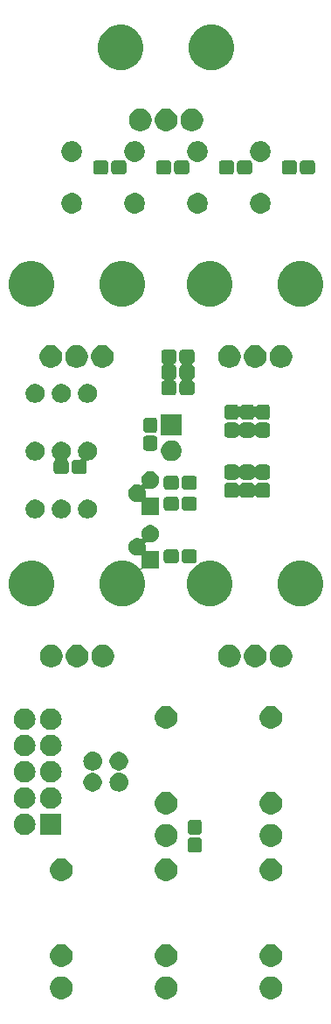
<source format=gbr>
G04 #@! TF.GenerationSoftware,KiCad,Pcbnew,5.0.2-bee76a0~70~ubuntu18.04.1*
G04 #@! TF.CreationDate,2019-04-23T19:40:41+10:00*
G04 #@! TF.ProjectId,minimoog,6d696e69-6d6f-46f6-972e-6b696361645f,rev?*
G04 #@! TF.SameCoordinates,Original*
G04 #@! TF.FileFunction,Soldermask,Bot*
G04 #@! TF.FilePolarity,Negative*
%FSLAX46Y46*%
G04 Gerber Fmt 4.6, Leading zero omitted, Abs format (unit mm)*
G04 Created by KiCad (PCBNEW 5.0.2-bee76a0~70~ubuntu18.04.1) date Tue 23 Apr 2019 19:40:41 AEST*
%MOMM*%
%LPD*%
G01*
G04 APERTURE LIST*
%ADD10C,0.100000*%
G04 APERTURE END LIST*
D10*
G36*
X129860857Y-134630272D02*
X130061042Y-134713191D01*
X130241213Y-134833578D01*
X130394422Y-134986787D01*
X130514809Y-135166958D01*
X130597728Y-135367143D01*
X130640000Y-135579658D01*
X130640000Y-135796342D01*
X130597728Y-136008857D01*
X130514809Y-136209042D01*
X130394422Y-136389213D01*
X130241213Y-136542422D01*
X130061042Y-136662809D01*
X129860857Y-136745728D01*
X129648342Y-136788000D01*
X129431658Y-136788000D01*
X129219143Y-136745728D01*
X129018958Y-136662809D01*
X128838787Y-136542422D01*
X128685578Y-136389213D01*
X128565191Y-136209042D01*
X128482272Y-136008857D01*
X128440000Y-135796342D01*
X128440000Y-135579658D01*
X128482272Y-135367143D01*
X128565191Y-135166958D01*
X128685578Y-134986787D01*
X128838787Y-134833578D01*
X129018958Y-134713191D01*
X129219143Y-134630272D01*
X129431658Y-134588000D01*
X129648342Y-134588000D01*
X129860857Y-134630272D01*
X129860857Y-134630272D01*
G37*
G36*
X140020857Y-134630272D02*
X140221042Y-134713191D01*
X140401213Y-134833578D01*
X140554422Y-134986787D01*
X140674809Y-135166958D01*
X140757728Y-135367143D01*
X140800000Y-135579658D01*
X140800000Y-135796342D01*
X140757728Y-136008857D01*
X140674809Y-136209042D01*
X140554422Y-136389213D01*
X140401213Y-136542422D01*
X140221042Y-136662809D01*
X140020857Y-136745728D01*
X139808342Y-136788000D01*
X139591658Y-136788000D01*
X139379143Y-136745728D01*
X139178958Y-136662809D01*
X138998787Y-136542422D01*
X138845578Y-136389213D01*
X138725191Y-136209042D01*
X138642272Y-136008857D01*
X138600000Y-135796342D01*
X138600000Y-135579658D01*
X138642272Y-135367143D01*
X138725191Y-135166958D01*
X138845578Y-134986787D01*
X138998787Y-134833578D01*
X139178958Y-134713191D01*
X139379143Y-134630272D01*
X139591658Y-134588000D01*
X139808342Y-134588000D01*
X140020857Y-134630272D01*
X140020857Y-134630272D01*
G37*
G36*
X150180857Y-134630272D02*
X150381042Y-134713191D01*
X150561213Y-134833578D01*
X150714422Y-134986787D01*
X150834809Y-135166958D01*
X150917728Y-135367143D01*
X150960000Y-135579658D01*
X150960000Y-135796342D01*
X150917728Y-136008857D01*
X150834809Y-136209042D01*
X150714422Y-136389213D01*
X150561213Y-136542422D01*
X150381042Y-136662809D01*
X150180857Y-136745728D01*
X149968342Y-136788000D01*
X149751658Y-136788000D01*
X149539143Y-136745728D01*
X149338958Y-136662809D01*
X149158787Y-136542422D01*
X149005578Y-136389213D01*
X148885191Y-136209042D01*
X148802272Y-136008857D01*
X148760000Y-135796342D01*
X148760000Y-135579658D01*
X148802272Y-135367143D01*
X148885191Y-135166958D01*
X149005578Y-134986787D01*
X149158787Y-134833578D01*
X149338958Y-134713191D01*
X149539143Y-134630272D01*
X149751658Y-134588000D01*
X149968342Y-134588000D01*
X150180857Y-134630272D01*
X150180857Y-134630272D01*
G37*
G36*
X140020857Y-131530272D02*
X140221042Y-131613191D01*
X140401213Y-131733578D01*
X140554422Y-131886787D01*
X140674809Y-132066958D01*
X140757728Y-132267143D01*
X140800000Y-132479658D01*
X140800000Y-132696342D01*
X140757728Y-132908857D01*
X140674809Y-133109042D01*
X140554422Y-133289213D01*
X140401213Y-133442422D01*
X140221042Y-133562809D01*
X140020857Y-133645728D01*
X139808342Y-133688000D01*
X139591658Y-133688000D01*
X139379143Y-133645728D01*
X139178958Y-133562809D01*
X138998787Y-133442422D01*
X138845578Y-133289213D01*
X138725191Y-133109042D01*
X138642272Y-132908857D01*
X138600000Y-132696342D01*
X138600000Y-132479658D01*
X138642272Y-132267143D01*
X138725191Y-132066958D01*
X138845578Y-131886787D01*
X138998787Y-131733578D01*
X139178958Y-131613191D01*
X139379143Y-131530272D01*
X139591658Y-131488000D01*
X139808342Y-131488000D01*
X140020857Y-131530272D01*
X140020857Y-131530272D01*
G37*
G36*
X150180857Y-131530272D02*
X150381042Y-131613191D01*
X150561213Y-131733578D01*
X150714422Y-131886787D01*
X150834809Y-132066958D01*
X150917728Y-132267143D01*
X150960000Y-132479658D01*
X150960000Y-132696342D01*
X150917728Y-132908857D01*
X150834809Y-133109042D01*
X150714422Y-133289213D01*
X150561213Y-133442422D01*
X150381042Y-133562809D01*
X150180857Y-133645728D01*
X149968342Y-133688000D01*
X149751658Y-133688000D01*
X149539143Y-133645728D01*
X149338958Y-133562809D01*
X149158787Y-133442422D01*
X149005578Y-133289213D01*
X148885191Y-133109042D01*
X148802272Y-132908857D01*
X148760000Y-132696342D01*
X148760000Y-132479658D01*
X148802272Y-132267143D01*
X148885191Y-132066958D01*
X149005578Y-131886787D01*
X149158787Y-131733578D01*
X149338958Y-131613191D01*
X149539143Y-131530272D01*
X149751658Y-131488000D01*
X149968342Y-131488000D01*
X150180857Y-131530272D01*
X150180857Y-131530272D01*
G37*
G36*
X129860857Y-131530272D02*
X130061042Y-131613191D01*
X130241213Y-131733578D01*
X130394422Y-131886787D01*
X130514809Y-132066958D01*
X130597728Y-132267143D01*
X130640000Y-132479658D01*
X130640000Y-132696342D01*
X130597728Y-132908857D01*
X130514809Y-133109042D01*
X130394422Y-133289213D01*
X130241213Y-133442422D01*
X130061042Y-133562809D01*
X129860857Y-133645728D01*
X129648342Y-133688000D01*
X129431658Y-133688000D01*
X129219143Y-133645728D01*
X129018958Y-133562809D01*
X128838787Y-133442422D01*
X128685578Y-133289213D01*
X128565191Y-133109042D01*
X128482272Y-132908857D01*
X128440000Y-132696342D01*
X128440000Y-132479658D01*
X128482272Y-132267143D01*
X128565191Y-132066958D01*
X128685578Y-131886787D01*
X128838787Y-131733578D01*
X129018958Y-131613191D01*
X129219143Y-131530272D01*
X129431658Y-131488000D01*
X129648342Y-131488000D01*
X129860857Y-131530272D01*
X129860857Y-131530272D01*
G37*
G36*
X140020857Y-123230272D02*
X140221042Y-123313191D01*
X140401213Y-123433578D01*
X140554422Y-123586787D01*
X140674809Y-123766958D01*
X140757728Y-123967143D01*
X140800000Y-124179658D01*
X140800000Y-124396342D01*
X140757728Y-124608857D01*
X140674809Y-124809042D01*
X140554422Y-124989213D01*
X140401213Y-125142422D01*
X140221042Y-125262809D01*
X140020857Y-125345728D01*
X139808342Y-125388000D01*
X139591658Y-125388000D01*
X139379143Y-125345728D01*
X139178958Y-125262809D01*
X138998787Y-125142422D01*
X138845578Y-124989213D01*
X138725191Y-124809042D01*
X138642272Y-124608857D01*
X138600000Y-124396342D01*
X138600000Y-124179658D01*
X138642272Y-123967143D01*
X138725191Y-123766958D01*
X138845578Y-123586787D01*
X138998787Y-123433578D01*
X139178958Y-123313191D01*
X139379143Y-123230272D01*
X139591658Y-123188000D01*
X139808342Y-123188000D01*
X140020857Y-123230272D01*
X140020857Y-123230272D01*
G37*
G36*
X150180857Y-123230272D02*
X150381042Y-123313191D01*
X150561213Y-123433578D01*
X150714422Y-123586787D01*
X150834809Y-123766958D01*
X150917728Y-123967143D01*
X150960000Y-124179658D01*
X150960000Y-124396342D01*
X150917728Y-124608857D01*
X150834809Y-124809042D01*
X150714422Y-124989213D01*
X150561213Y-125142422D01*
X150381042Y-125262809D01*
X150180857Y-125345728D01*
X149968342Y-125388000D01*
X149751658Y-125388000D01*
X149539143Y-125345728D01*
X149338958Y-125262809D01*
X149158787Y-125142422D01*
X149005578Y-124989213D01*
X148885191Y-124809042D01*
X148802272Y-124608857D01*
X148760000Y-124396342D01*
X148760000Y-124179658D01*
X148802272Y-123967143D01*
X148885191Y-123766958D01*
X149005578Y-123586787D01*
X149158787Y-123433578D01*
X149338958Y-123313191D01*
X149539143Y-123230272D01*
X149751658Y-123188000D01*
X149968342Y-123188000D01*
X150180857Y-123230272D01*
X150180857Y-123230272D01*
G37*
G36*
X129860857Y-123230272D02*
X130061042Y-123313191D01*
X130241213Y-123433578D01*
X130394422Y-123586787D01*
X130514809Y-123766958D01*
X130597728Y-123967143D01*
X130640000Y-124179658D01*
X130640000Y-124396342D01*
X130597728Y-124608857D01*
X130514809Y-124809042D01*
X130394422Y-124989213D01*
X130241213Y-125142422D01*
X130061042Y-125262809D01*
X129860857Y-125345728D01*
X129648342Y-125388000D01*
X129431658Y-125388000D01*
X129219143Y-125345728D01*
X129018958Y-125262809D01*
X128838787Y-125142422D01*
X128685578Y-124989213D01*
X128565191Y-124809042D01*
X128482272Y-124608857D01*
X128440000Y-124396342D01*
X128440000Y-124179658D01*
X128482272Y-123967143D01*
X128565191Y-123766958D01*
X128685578Y-123586787D01*
X128838787Y-123433578D01*
X129018958Y-123313191D01*
X129219143Y-123230272D01*
X129431658Y-123188000D01*
X129648342Y-123188000D01*
X129860857Y-123230272D01*
X129860857Y-123230272D01*
G37*
G36*
X142947530Y-121186877D02*
X142999010Y-121202493D01*
X143046442Y-121227846D01*
X143088027Y-121261973D01*
X143122154Y-121303558D01*
X143147507Y-121350990D01*
X143163123Y-121402470D01*
X143169000Y-121462140D01*
X143169000Y-122349860D01*
X143163123Y-122409530D01*
X143147507Y-122461010D01*
X143122154Y-122508442D01*
X143088027Y-122550027D01*
X143046442Y-122584154D01*
X142999010Y-122609507D01*
X142947530Y-122625123D01*
X142887860Y-122631000D01*
X142100140Y-122631000D01*
X142040470Y-122625123D01*
X141988990Y-122609507D01*
X141941558Y-122584154D01*
X141899973Y-122550027D01*
X141865846Y-122508442D01*
X141840493Y-122461010D01*
X141824877Y-122409530D01*
X141819000Y-122349860D01*
X141819000Y-121462140D01*
X141824877Y-121402470D01*
X141840493Y-121350990D01*
X141865846Y-121303558D01*
X141899973Y-121261973D01*
X141941558Y-121227846D01*
X141988990Y-121202493D01*
X142040470Y-121186877D01*
X142100140Y-121181000D01*
X142887860Y-121181000D01*
X142947530Y-121186877D01*
X142947530Y-121186877D01*
G37*
G36*
X150180857Y-119898272D02*
X150381042Y-119981191D01*
X150381045Y-119981193D01*
X150549627Y-120093836D01*
X150561213Y-120101578D01*
X150714422Y-120254787D01*
X150834809Y-120434958D01*
X150917728Y-120635143D01*
X150960000Y-120847658D01*
X150960000Y-121064342D01*
X150917728Y-121276857D01*
X150834809Y-121477042D01*
X150714422Y-121657213D01*
X150561213Y-121810422D01*
X150381042Y-121930809D01*
X150180857Y-122013728D01*
X149968342Y-122056000D01*
X149751658Y-122056000D01*
X149539143Y-122013728D01*
X149338958Y-121930809D01*
X149158787Y-121810422D01*
X149005578Y-121657213D01*
X148885191Y-121477042D01*
X148802272Y-121276857D01*
X148760000Y-121064342D01*
X148760000Y-120847658D01*
X148802272Y-120635143D01*
X148885191Y-120434958D01*
X149005578Y-120254787D01*
X149158787Y-120101578D01*
X149170374Y-120093836D01*
X149338955Y-119981193D01*
X149338958Y-119981191D01*
X149539143Y-119898272D01*
X149751658Y-119856000D01*
X149968342Y-119856000D01*
X150180857Y-119898272D01*
X150180857Y-119898272D01*
G37*
G36*
X140020857Y-119898272D02*
X140221042Y-119981191D01*
X140221045Y-119981193D01*
X140389627Y-120093836D01*
X140401213Y-120101578D01*
X140554422Y-120254787D01*
X140674809Y-120434958D01*
X140757728Y-120635143D01*
X140800000Y-120847658D01*
X140800000Y-121064342D01*
X140757728Y-121276857D01*
X140674809Y-121477042D01*
X140554422Y-121657213D01*
X140401213Y-121810422D01*
X140221042Y-121930809D01*
X140020857Y-122013728D01*
X139808342Y-122056000D01*
X139591658Y-122056000D01*
X139379143Y-122013728D01*
X139178958Y-121930809D01*
X138998787Y-121810422D01*
X138845578Y-121657213D01*
X138725191Y-121477042D01*
X138642272Y-121276857D01*
X138600000Y-121064342D01*
X138600000Y-120847658D01*
X138642272Y-120635143D01*
X138725191Y-120434958D01*
X138845578Y-120254787D01*
X138998787Y-120101578D01*
X139010374Y-120093836D01*
X139178955Y-119981193D01*
X139178958Y-119981191D01*
X139379143Y-119898272D01*
X139591658Y-119856000D01*
X139808342Y-119856000D01*
X140020857Y-119898272D01*
X140020857Y-119898272D01*
G37*
G36*
X129574000Y-120938000D02*
X127474000Y-120938000D01*
X127474000Y-118838000D01*
X129574000Y-118838000D01*
X129574000Y-120938000D01*
X129574000Y-120938000D01*
G37*
G36*
X126112707Y-118845596D02*
X126189836Y-118853193D01*
X126321787Y-118893220D01*
X126387763Y-118913233D01*
X126570172Y-119010733D01*
X126730054Y-119141946D01*
X126861267Y-119301828D01*
X126958767Y-119484237D01*
X126967180Y-119511973D01*
X127018807Y-119682164D01*
X127039080Y-119888000D01*
X127018807Y-120093836D01*
X127016459Y-120101575D01*
X126958767Y-120291763D01*
X126861267Y-120474172D01*
X126730054Y-120634054D01*
X126570172Y-120765267D01*
X126387763Y-120862767D01*
X126349034Y-120874515D01*
X126189836Y-120922807D01*
X126112707Y-120930404D01*
X126035580Y-120938000D01*
X125932420Y-120938000D01*
X125855293Y-120930404D01*
X125778164Y-120922807D01*
X125618966Y-120874515D01*
X125580237Y-120862767D01*
X125397828Y-120765267D01*
X125237946Y-120634054D01*
X125106733Y-120474172D01*
X125009233Y-120291763D01*
X124951541Y-120101575D01*
X124949193Y-120093836D01*
X124928920Y-119888000D01*
X124949193Y-119682164D01*
X125000820Y-119511973D01*
X125009233Y-119484237D01*
X125106733Y-119301828D01*
X125237946Y-119141946D01*
X125397828Y-119010733D01*
X125580237Y-118913233D01*
X125646213Y-118893220D01*
X125778164Y-118853193D01*
X125855293Y-118845596D01*
X125932420Y-118838000D01*
X126035580Y-118838000D01*
X126112707Y-118845596D01*
X126112707Y-118845596D01*
G37*
G36*
X142947530Y-119436877D02*
X142999010Y-119452493D01*
X143046442Y-119477846D01*
X143088027Y-119511973D01*
X143122154Y-119553558D01*
X143147507Y-119600990D01*
X143163123Y-119652470D01*
X143169000Y-119712140D01*
X143169000Y-120599860D01*
X143163123Y-120659530D01*
X143147507Y-120711010D01*
X143122154Y-120758442D01*
X143088027Y-120800027D01*
X143046442Y-120834154D01*
X142999010Y-120859507D01*
X142947530Y-120875123D01*
X142887860Y-120881000D01*
X142100140Y-120881000D01*
X142040470Y-120875123D01*
X141988990Y-120859507D01*
X141941558Y-120834154D01*
X141899973Y-120800027D01*
X141865846Y-120758442D01*
X141840493Y-120711010D01*
X141824877Y-120659530D01*
X141819000Y-120599860D01*
X141819000Y-119712140D01*
X141824877Y-119652470D01*
X141840493Y-119600990D01*
X141865846Y-119553558D01*
X141899973Y-119511973D01*
X141941558Y-119477846D01*
X141988990Y-119452493D01*
X142040470Y-119436877D01*
X142100140Y-119431000D01*
X142887860Y-119431000D01*
X142947530Y-119436877D01*
X142947530Y-119436877D01*
G37*
G36*
X140020857Y-116798272D02*
X140221042Y-116881191D01*
X140401213Y-117001578D01*
X140554422Y-117154787D01*
X140674809Y-117334958D01*
X140757728Y-117535143D01*
X140800000Y-117747658D01*
X140800000Y-117964342D01*
X140757728Y-118176857D01*
X140674809Y-118377042D01*
X140554422Y-118557213D01*
X140401213Y-118710422D01*
X140221042Y-118830809D01*
X140020857Y-118913728D01*
X139808342Y-118956000D01*
X139591658Y-118956000D01*
X139379143Y-118913728D01*
X139178958Y-118830809D01*
X138998787Y-118710422D01*
X138845578Y-118557213D01*
X138725191Y-118377042D01*
X138642272Y-118176857D01*
X138600000Y-117964342D01*
X138600000Y-117747658D01*
X138642272Y-117535143D01*
X138725191Y-117334958D01*
X138845578Y-117154787D01*
X138998787Y-117001578D01*
X139178958Y-116881191D01*
X139379143Y-116798272D01*
X139591658Y-116756000D01*
X139808342Y-116756000D01*
X140020857Y-116798272D01*
X140020857Y-116798272D01*
G37*
G36*
X150180857Y-116798272D02*
X150381042Y-116881191D01*
X150561213Y-117001578D01*
X150714422Y-117154787D01*
X150834809Y-117334958D01*
X150917728Y-117535143D01*
X150960000Y-117747658D01*
X150960000Y-117964342D01*
X150917728Y-118176857D01*
X150834809Y-118377042D01*
X150714422Y-118557213D01*
X150561213Y-118710422D01*
X150381042Y-118830809D01*
X150180857Y-118913728D01*
X149968342Y-118956000D01*
X149751658Y-118956000D01*
X149539143Y-118913728D01*
X149338958Y-118830809D01*
X149158787Y-118710422D01*
X149005578Y-118557213D01*
X148885191Y-118377042D01*
X148802272Y-118176857D01*
X148760000Y-117964342D01*
X148760000Y-117747658D01*
X148802272Y-117535143D01*
X148885191Y-117334958D01*
X149005578Y-117154787D01*
X149158787Y-117001578D01*
X149338958Y-116881191D01*
X149539143Y-116798272D01*
X149751658Y-116756000D01*
X149968342Y-116756000D01*
X150180857Y-116798272D01*
X150180857Y-116798272D01*
G37*
G36*
X128652707Y-116305596D02*
X128729836Y-116313193D01*
X128861787Y-116353220D01*
X128927763Y-116373233D01*
X129110172Y-116470733D01*
X129270054Y-116601946D01*
X129401267Y-116761828D01*
X129498767Y-116944237D01*
X129498767Y-116944238D01*
X129558807Y-117142164D01*
X129579080Y-117348000D01*
X129558807Y-117553836D01*
X129518780Y-117685787D01*
X129498767Y-117751763D01*
X129401267Y-117934172D01*
X129270054Y-118094054D01*
X129110172Y-118225267D01*
X128927763Y-118322767D01*
X128861787Y-118342780D01*
X128729836Y-118382807D01*
X128652707Y-118390403D01*
X128575580Y-118398000D01*
X128472420Y-118398000D01*
X128395293Y-118390403D01*
X128318164Y-118382807D01*
X128186213Y-118342780D01*
X128120237Y-118322767D01*
X127937828Y-118225267D01*
X127777946Y-118094054D01*
X127646733Y-117934172D01*
X127549233Y-117751763D01*
X127529220Y-117685787D01*
X127489193Y-117553836D01*
X127468920Y-117348000D01*
X127489193Y-117142164D01*
X127549233Y-116944238D01*
X127549233Y-116944237D01*
X127646733Y-116761828D01*
X127777946Y-116601946D01*
X127937828Y-116470733D01*
X128120237Y-116373233D01*
X128186213Y-116353220D01*
X128318164Y-116313193D01*
X128395293Y-116305596D01*
X128472420Y-116298000D01*
X128575580Y-116298000D01*
X128652707Y-116305596D01*
X128652707Y-116305596D01*
G37*
G36*
X126112707Y-116305596D02*
X126189836Y-116313193D01*
X126321787Y-116353220D01*
X126387763Y-116373233D01*
X126570172Y-116470733D01*
X126730054Y-116601946D01*
X126861267Y-116761828D01*
X126958767Y-116944237D01*
X126958767Y-116944238D01*
X127018807Y-117142164D01*
X127039080Y-117348000D01*
X127018807Y-117553836D01*
X126978780Y-117685787D01*
X126958767Y-117751763D01*
X126861267Y-117934172D01*
X126730054Y-118094054D01*
X126570172Y-118225267D01*
X126387763Y-118322767D01*
X126321787Y-118342780D01*
X126189836Y-118382807D01*
X126112707Y-118390403D01*
X126035580Y-118398000D01*
X125932420Y-118398000D01*
X125855293Y-118390403D01*
X125778164Y-118382807D01*
X125646213Y-118342780D01*
X125580237Y-118322767D01*
X125397828Y-118225267D01*
X125237946Y-118094054D01*
X125106733Y-117934172D01*
X125009233Y-117751763D01*
X124989220Y-117685787D01*
X124949193Y-117553836D01*
X124928920Y-117348000D01*
X124949193Y-117142164D01*
X125009233Y-116944238D01*
X125009233Y-116944237D01*
X125106733Y-116761828D01*
X125237946Y-116601946D01*
X125397828Y-116470733D01*
X125580237Y-116373233D01*
X125646213Y-116353220D01*
X125778164Y-116313193D01*
X125855293Y-116305596D01*
X125932420Y-116298000D01*
X126035580Y-116298000D01*
X126112707Y-116305596D01*
X126112707Y-116305596D01*
G37*
G36*
X132764432Y-112905022D02*
X132934081Y-112956485D01*
X133090433Y-113040056D01*
X133227475Y-113152525D01*
X133339944Y-113289567D01*
X133423515Y-113445919D01*
X133474978Y-113615568D01*
X133492354Y-113792000D01*
X133474978Y-113968432D01*
X133423515Y-114138081D01*
X133339944Y-114294433D01*
X133227475Y-114431475D01*
X133090433Y-114543944D01*
X132934081Y-114627515D01*
X132764432Y-114678978D01*
X132720467Y-114683308D01*
X132696434Y-114688089D01*
X132673795Y-114697466D01*
X132653420Y-114711080D01*
X132636093Y-114728407D01*
X132622480Y-114748782D01*
X132613102Y-114771421D01*
X132608322Y-114795455D01*
X132608322Y-114819959D01*
X132613103Y-114843992D01*
X132622480Y-114866631D01*
X132636094Y-114887006D01*
X132653421Y-114904333D01*
X132673796Y-114917946D01*
X132708333Y-114930304D01*
X132720340Y-114932692D01*
X132850521Y-114958586D01*
X133014309Y-115026429D01*
X133161720Y-115124926D01*
X133287074Y-115250280D01*
X133385571Y-115397691D01*
X133453414Y-115561479D01*
X133488000Y-115735356D01*
X133488000Y-115912644D01*
X133453414Y-116086521D01*
X133385571Y-116250309D01*
X133287074Y-116397720D01*
X133161720Y-116523074D01*
X133014309Y-116621571D01*
X132850521Y-116689414D01*
X132676644Y-116724000D01*
X132499356Y-116724000D01*
X132325479Y-116689414D01*
X132161691Y-116621571D01*
X132014280Y-116523074D01*
X131888926Y-116397720D01*
X131790429Y-116250309D01*
X131722586Y-116086521D01*
X131688000Y-115912644D01*
X131688000Y-115735356D01*
X131722586Y-115561479D01*
X131790429Y-115397691D01*
X131888926Y-115250280D01*
X132014280Y-115124926D01*
X132161691Y-115026429D01*
X132325479Y-114958586D01*
X132455660Y-114932692D01*
X132467668Y-114930304D01*
X132491115Y-114923191D01*
X132512726Y-114911640D01*
X132531668Y-114896095D01*
X132547213Y-114877153D01*
X132558765Y-114855542D01*
X132565878Y-114832093D01*
X132568280Y-114807706D01*
X132565878Y-114783320D01*
X132558765Y-114759871D01*
X132547214Y-114738260D01*
X132531669Y-114719318D01*
X132512727Y-114703773D01*
X132491116Y-114692221D01*
X132455533Y-114683308D01*
X132411568Y-114678978D01*
X132241919Y-114627515D01*
X132085567Y-114543944D01*
X131948525Y-114431475D01*
X131836056Y-114294433D01*
X131752485Y-114138081D01*
X131701022Y-113968432D01*
X131683646Y-113792000D01*
X131701022Y-113615568D01*
X131752485Y-113445919D01*
X131836056Y-113289567D01*
X131948525Y-113152525D01*
X132085567Y-113040056D01*
X132241919Y-112956485D01*
X132411568Y-112905022D01*
X132543789Y-112892000D01*
X132632211Y-112892000D01*
X132764432Y-112905022D01*
X132764432Y-112905022D01*
G37*
G36*
X135390521Y-112926586D02*
X135554309Y-112994429D01*
X135701720Y-113092926D01*
X135827074Y-113218280D01*
X135925571Y-113365691D01*
X135993414Y-113529479D01*
X136028000Y-113703356D01*
X136028000Y-113880644D01*
X135993414Y-114054521D01*
X135925571Y-114218309D01*
X135827074Y-114365720D01*
X135701720Y-114491074D01*
X135554309Y-114589571D01*
X135390521Y-114657414D01*
X135311186Y-114673194D01*
X135248332Y-114685696D01*
X135224885Y-114692809D01*
X135203274Y-114704360D01*
X135184332Y-114719905D01*
X135168787Y-114738847D01*
X135157235Y-114760458D01*
X135150122Y-114783907D01*
X135147720Y-114808294D01*
X135150122Y-114832680D01*
X135157235Y-114856129D01*
X135168786Y-114877740D01*
X135184331Y-114896682D01*
X135203273Y-114912227D01*
X135224884Y-114923779D01*
X135260467Y-114932692D01*
X135304432Y-114937022D01*
X135474081Y-114988485D01*
X135630433Y-115072056D01*
X135767475Y-115184525D01*
X135879944Y-115321567D01*
X135963515Y-115477919D01*
X136014978Y-115647568D01*
X136032354Y-115824000D01*
X136014978Y-116000432D01*
X135963515Y-116170081D01*
X135879944Y-116326433D01*
X135767475Y-116463475D01*
X135630433Y-116575944D01*
X135474081Y-116659515D01*
X135304432Y-116710978D01*
X135172211Y-116724000D01*
X135083789Y-116724000D01*
X134951568Y-116710978D01*
X134781919Y-116659515D01*
X134625567Y-116575944D01*
X134488525Y-116463475D01*
X134376056Y-116326433D01*
X134292485Y-116170081D01*
X134241022Y-116000432D01*
X134223646Y-115824000D01*
X134241022Y-115647568D01*
X134292485Y-115477919D01*
X134376056Y-115321567D01*
X134488525Y-115184525D01*
X134625567Y-115072056D01*
X134781919Y-114988485D01*
X134951568Y-114937022D01*
X134995533Y-114932692D01*
X135019566Y-114927911D01*
X135042205Y-114918534D01*
X135062580Y-114904920D01*
X135079907Y-114887593D01*
X135093520Y-114867218D01*
X135102898Y-114844579D01*
X135107678Y-114820545D01*
X135107678Y-114796041D01*
X135102897Y-114772008D01*
X135093520Y-114749369D01*
X135079906Y-114728994D01*
X135062579Y-114711667D01*
X135042204Y-114698054D01*
X135007667Y-114685696D01*
X134944814Y-114673194D01*
X134865479Y-114657414D01*
X134701691Y-114589571D01*
X134554280Y-114491074D01*
X134428926Y-114365720D01*
X134330429Y-114218309D01*
X134262586Y-114054521D01*
X134228000Y-113880644D01*
X134228000Y-113703356D01*
X134262586Y-113529479D01*
X134330429Y-113365691D01*
X134428926Y-113218280D01*
X134554280Y-113092926D01*
X134701691Y-112994429D01*
X134865479Y-112926586D01*
X135039356Y-112892000D01*
X135216644Y-112892000D01*
X135390521Y-112926586D01*
X135390521Y-112926586D01*
G37*
G36*
X128652707Y-113765597D02*
X128729836Y-113773193D01*
X128861787Y-113813220D01*
X128927763Y-113833233D01*
X129110172Y-113930733D01*
X129270054Y-114061946D01*
X129401267Y-114221828D01*
X129498767Y-114404237D01*
X129498767Y-114404238D01*
X129558807Y-114602164D01*
X129579080Y-114808000D01*
X129558807Y-115013836D01*
X129541146Y-115072056D01*
X129498767Y-115211763D01*
X129401267Y-115394172D01*
X129270054Y-115554054D01*
X129110172Y-115685267D01*
X128927763Y-115782767D01*
X128861787Y-115802780D01*
X128729836Y-115842807D01*
X128652707Y-115850403D01*
X128575580Y-115858000D01*
X128472420Y-115858000D01*
X128395293Y-115850403D01*
X128318164Y-115842807D01*
X128186213Y-115802780D01*
X128120237Y-115782767D01*
X127937828Y-115685267D01*
X127777946Y-115554054D01*
X127646733Y-115394172D01*
X127549233Y-115211763D01*
X127506854Y-115072056D01*
X127489193Y-115013836D01*
X127468920Y-114808000D01*
X127489193Y-114602164D01*
X127549233Y-114404238D01*
X127549233Y-114404237D01*
X127646733Y-114221828D01*
X127777946Y-114061946D01*
X127937828Y-113930733D01*
X128120237Y-113833233D01*
X128186213Y-113813220D01*
X128318164Y-113773193D01*
X128395293Y-113765597D01*
X128472420Y-113758000D01*
X128575580Y-113758000D01*
X128652707Y-113765597D01*
X128652707Y-113765597D01*
G37*
G36*
X126112707Y-113765597D02*
X126189836Y-113773193D01*
X126321787Y-113813220D01*
X126387763Y-113833233D01*
X126570172Y-113930733D01*
X126730054Y-114061946D01*
X126861267Y-114221828D01*
X126958767Y-114404237D01*
X126958767Y-114404238D01*
X127018807Y-114602164D01*
X127039080Y-114808000D01*
X127018807Y-115013836D01*
X127001146Y-115072056D01*
X126958767Y-115211763D01*
X126861267Y-115394172D01*
X126730054Y-115554054D01*
X126570172Y-115685267D01*
X126387763Y-115782767D01*
X126321787Y-115802780D01*
X126189836Y-115842807D01*
X126112707Y-115850403D01*
X126035580Y-115858000D01*
X125932420Y-115858000D01*
X125855293Y-115850403D01*
X125778164Y-115842807D01*
X125646213Y-115802780D01*
X125580237Y-115782767D01*
X125397828Y-115685267D01*
X125237946Y-115554054D01*
X125106733Y-115394172D01*
X125009233Y-115211763D01*
X124966854Y-115072056D01*
X124949193Y-115013836D01*
X124928920Y-114808000D01*
X124949193Y-114602164D01*
X125009233Y-114404238D01*
X125009233Y-114404237D01*
X125106733Y-114221828D01*
X125237946Y-114061946D01*
X125397828Y-113930733D01*
X125580237Y-113833233D01*
X125646213Y-113813220D01*
X125778164Y-113773193D01*
X125855293Y-113765597D01*
X125932420Y-113758000D01*
X126035580Y-113758000D01*
X126112707Y-113765597D01*
X126112707Y-113765597D01*
G37*
G36*
X128652707Y-111225596D02*
X128729836Y-111233193D01*
X128861787Y-111273220D01*
X128927763Y-111293233D01*
X129110172Y-111390733D01*
X129270054Y-111521946D01*
X129401267Y-111681828D01*
X129498767Y-111864237D01*
X129498767Y-111864238D01*
X129558807Y-112062164D01*
X129579080Y-112268000D01*
X129558807Y-112473836D01*
X129518780Y-112605787D01*
X129498767Y-112671763D01*
X129401267Y-112854172D01*
X129270054Y-113014054D01*
X129110172Y-113145267D01*
X128927763Y-113242767D01*
X128861787Y-113262780D01*
X128729836Y-113302807D01*
X128652707Y-113310404D01*
X128575580Y-113318000D01*
X128472420Y-113318000D01*
X128395293Y-113310404D01*
X128318164Y-113302807D01*
X128186213Y-113262780D01*
X128120237Y-113242767D01*
X127937828Y-113145267D01*
X127777946Y-113014054D01*
X127646733Y-112854172D01*
X127549233Y-112671763D01*
X127529220Y-112605787D01*
X127489193Y-112473836D01*
X127468920Y-112268000D01*
X127489193Y-112062164D01*
X127549233Y-111864238D01*
X127549233Y-111864237D01*
X127646733Y-111681828D01*
X127777946Y-111521946D01*
X127937828Y-111390733D01*
X128120237Y-111293233D01*
X128186213Y-111273220D01*
X128318164Y-111233193D01*
X128395293Y-111225596D01*
X128472420Y-111218000D01*
X128575580Y-111218000D01*
X128652707Y-111225596D01*
X128652707Y-111225596D01*
G37*
G36*
X126112707Y-111225596D02*
X126189836Y-111233193D01*
X126321787Y-111273220D01*
X126387763Y-111293233D01*
X126570172Y-111390733D01*
X126730054Y-111521946D01*
X126861267Y-111681828D01*
X126958767Y-111864237D01*
X126958767Y-111864238D01*
X127018807Y-112062164D01*
X127039080Y-112268000D01*
X127018807Y-112473836D01*
X126978780Y-112605787D01*
X126958767Y-112671763D01*
X126861267Y-112854172D01*
X126730054Y-113014054D01*
X126570172Y-113145267D01*
X126387763Y-113242767D01*
X126321787Y-113262780D01*
X126189836Y-113302807D01*
X126112707Y-113310404D01*
X126035580Y-113318000D01*
X125932420Y-113318000D01*
X125855293Y-113310404D01*
X125778164Y-113302807D01*
X125646213Y-113262780D01*
X125580237Y-113242767D01*
X125397828Y-113145267D01*
X125237946Y-113014054D01*
X125106733Y-112854172D01*
X125009233Y-112671763D01*
X124989220Y-112605787D01*
X124949193Y-112473836D01*
X124928920Y-112268000D01*
X124949193Y-112062164D01*
X125009233Y-111864238D01*
X125009233Y-111864237D01*
X125106733Y-111681828D01*
X125237946Y-111521946D01*
X125397828Y-111390733D01*
X125580237Y-111293233D01*
X125646213Y-111273220D01*
X125778164Y-111233193D01*
X125855293Y-111225596D01*
X125932420Y-111218000D01*
X126035580Y-111218000D01*
X126112707Y-111225596D01*
X126112707Y-111225596D01*
G37*
G36*
X128652707Y-108685596D02*
X128729836Y-108693193D01*
X128861787Y-108733220D01*
X128927763Y-108753233D01*
X129110172Y-108850733D01*
X129270054Y-108981946D01*
X129401267Y-109141828D01*
X129498767Y-109324237D01*
X129498767Y-109324238D01*
X129558807Y-109522164D01*
X129579080Y-109728000D01*
X129558807Y-109933836D01*
X129518780Y-110065787D01*
X129498767Y-110131763D01*
X129401267Y-110314172D01*
X129270054Y-110474054D01*
X129110172Y-110605267D01*
X128927763Y-110702767D01*
X128861787Y-110722780D01*
X128729836Y-110762807D01*
X128652707Y-110770404D01*
X128575580Y-110778000D01*
X128472420Y-110778000D01*
X128395293Y-110770404D01*
X128318164Y-110762807D01*
X128186213Y-110722780D01*
X128120237Y-110702767D01*
X127937828Y-110605267D01*
X127777946Y-110474054D01*
X127646733Y-110314172D01*
X127549233Y-110131763D01*
X127529220Y-110065787D01*
X127489193Y-109933836D01*
X127468920Y-109728000D01*
X127489193Y-109522164D01*
X127549233Y-109324238D01*
X127549233Y-109324237D01*
X127646733Y-109141828D01*
X127777946Y-108981946D01*
X127937828Y-108850733D01*
X128120237Y-108753233D01*
X128186213Y-108733220D01*
X128318164Y-108693193D01*
X128395293Y-108685596D01*
X128472420Y-108678000D01*
X128575580Y-108678000D01*
X128652707Y-108685596D01*
X128652707Y-108685596D01*
G37*
G36*
X126112707Y-108685596D02*
X126189836Y-108693193D01*
X126321787Y-108733220D01*
X126387763Y-108753233D01*
X126570172Y-108850733D01*
X126730054Y-108981946D01*
X126861267Y-109141828D01*
X126958767Y-109324237D01*
X126958767Y-109324238D01*
X127018807Y-109522164D01*
X127039080Y-109728000D01*
X127018807Y-109933836D01*
X126978780Y-110065787D01*
X126958767Y-110131763D01*
X126861267Y-110314172D01*
X126730054Y-110474054D01*
X126570172Y-110605267D01*
X126387763Y-110702767D01*
X126321787Y-110722780D01*
X126189836Y-110762807D01*
X126112707Y-110770404D01*
X126035580Y-110778000D01*
X125932420Y-110778000D01*
X125855293Y-110770404D01*
X125778164Y-110762807D01*
X125646213Y-110722780D01*
X125580237Y-110702767D01*
X125397828Y-110605267D01*
X125237946Y-110474054D01*
X125106733Y-110314172D01*
X125009233Y-110131763D01*
X124989220Y-110065787D01*
X124949193Y-109933836D01*
X124928920Y-109728000D01*
X124949193Y-109522164D01*
X125009233Y-109324238D01*
X125009233Y-109324237D01*
X125106733Y-109141828D01*
X125237946Y-108981946D01*
X125397828Y-108850733D01*
X125580237Y-108753233D01*
X125646213Y-108733220D01*
X125778164Y-108693193D01*
X125855293Y-108685596D01*
X125932420Y-108678000D01*
X126035580Y-108678000D01*
X126112707Y-108685596D01*
X126112707Y-108685596D01*
G37*
G36*
X150180857Y-108498272D02*
X150381042Y-108581191D01*
X150381045Y-108581193D01*
X150525927Y-108678000D01*
X150561213Y-108701578D01*
X150714422Y-108854787D01*
X150834809Y-109034958D01*
X150917728Y-109235143D01*
X150960000Y-109447658D01*
X150960000Y-109664342D01*
X150917728Y-109876857D01*
X150834809Y-110077042D01*
X150834807Y-110077045D01*
X150798246Y-110131763D01*
X150714422Y-110257213D01*
X150561213Y-110410422D01*
X150561210Y-110410424D01*
X150561209Y-110410425D01*
X150381045Y-110530807D01*
X150381042Y-110530809D01*
X150180857Y-110613728D01*
X149968342Y-110656000D01*
X149751658Y-110656000D01*
X149539143Y-110613728D01*
X149338958Y-110530809D01*
X149338955Y-110530807D01*
X149158791Y-110410425D01*
X149158790Y-110410424D01*
X149158787Y-110410422D01*
X149005578Y-110257213D01*
X148921755Y-110131763D01*
X148885193Y-110077045D01*
X148885191Y-110077042D01*
X148802272Y-109876857D01*
X148760000Y-109664342D01*
X148760000Y-109447658D01*
X148802272Y-109235143D01*
X148885191Y-109034958D01*
X149005578Y-108854787D01*
X149158787Y-108701578D01*
X149194074Y-108678000D01*
X149338955Y-108581193D01*
X149338958Y-108581191D01*
X149539143Y-108498272D01*
X149751658Y-108456000D01*
X149968342Y-108456000D01*
X150180857Y-108498272D01*
X150180857Y-108498272D01*
G37*
G36*
X140020857Y-108498272D02*
X140221042Y-108581191D01*
X140221045Y-108581193D01*
X140365927Y-108678000D01*
X140401213Y-108701578D01*
X140554422Y-108854787D01*
X140674809Y-109034958D01*
X140757728Y-109235143D01*
X140800000Y-109447658D01*
X140800000Y-109664342D01*
X140757728Y-109876857D01*
X140674809Y-110077042D01*
X140674807Y-110077045D01*
X140638246Y-110131763D01*
X140554422Y-110257213D01*
X140401213Y-110410422D01*
X140401210Y-110410424D01*
X140401209Y-110410425D01*
X140221045Y-110530807D01*
X140221042Y-110530809D01*
X140020857Y-110613728D01*
X139808342Y-110656000D01*
X139591658Y-110656000D01*
X139379143Y-110613728D01*
X139178958Y-110530809D01*
X139178955Y-110530807D01*
X138998791Y-110410425D01*
X138998790Y-110410424D01*
X138998787Y-110410422D01*
X138845578Y-110257213D01*
X138761755Y-110131763D01*
X138725193Y-110077045D01*
X138725191Y-110077042D01*
X138642272Y-109876857D01*
X138600000Y-109664342D01*
X138600000Y-109447658D01*
X138642272Y-109235143D01*
X138725191Y-109034958D01*
X138845578Y-108854787D01*
X138998787Y-108701578D01*
X139034074Y-108678000D01*
X139178955Y-108581193D01*
X139178958Y-108581191D01*
X139379143Y-108498272D01*
X139591658Y-108456000D01*
X139808342Y-108456000D01*
X140020857Y-108498272D01*
X140020857Y-108498272D01*
G37*
G36*
X148656857Y-102574272D02*
X148857042Y-102657191D01*
X149037213Y-102777578D01*
X149190422Y-102930787D01*
X149310809Y-103110958D01*
X149393728Y-103311143D01*
X149436000Y-103523658D01*
X149436000Y-103740342D01*
X149393728Y-103952857D01*
X149310809Y-104153042D01*
X149190422Y-104333213D01*
X149037213Y-104486422D01*
X148857042Y-104606809D01*
X148656857Y-104689728D01*
X148444342Y-104732000D01*
X148227658Y-104732000D01*
X148015143Y-104689728D01*
X147814958Y-104606809D01*
X147634787Y-104486422D01*
X147481578Y-104333213D01*
X147361191Y-104153042D01*
X147278272Y-103952857D01*
X147236000Y-103740342D01*
X147236000Y-103523658D01*
X147278272Y-103311143D01*
X147361191Y-103110958D01*
X147481578Y-102930787D01*
X147634787Y-102777578D01*
X147814958Y-102657191D01*
X148015143Y-102574272D01*
X148227658Y-102532000D01*
X148444342Y-102532000D01*
X148656857Y-102574272D01*
X148656857Y-102574272D01*
G37*
G36*
X151156857Y-102574272D02*
X151357042Y-102657191D01*
X151537213Y-102777578D01*
X151690422Y-102930787D01*
X151810809Y-103110958D01*
X151893728Y-103311143D01*
X151936000Y-103523658D01*
X151936000Y-103740342D01*
X151893728Y-103952857D01*
X151810809Y-104153042D01*
X151690422Y-104333213D01*
X151537213Y-104486422D01*
X151357042Y-104606809D01*
X151156857Y-104689728D01*
X150944342Y-104732000D01*
X150727658Y-104732000D01*
X150515143Y-104689728D01*
X150314958Y-104606809D01*
X150134787Y-104486422D01*
X149981578Y-104333213D01*
X149861191Y-104153042D01*
X149778272Y-103952857D01*
X149736000Y-103740342D01*
X149736000Y-103523658D01*
X149778272Y-103311143D01*
X149861191Y-103110958D01*
X149981578Y-102930787D01*
X150134787Y-102777578D01*
X150314958Y-102657191D01*
X150515143Y-102574272D01*
X150727658Y-102532000D01*
X150944342Y-102532000D01*
X151156857Y-102574272D01*
X151156857Y-102574272D01*
G37*
G36*
X146156857Y-102574272D02*
X146357042Y-102657191D01*
X146537213Y-102777578D01*
X146690422Y-102930787D01*
X146810809Y-103110958D01*
X146893728Y-103311143D01*
X146936000Y-103523658D01*
X146936000Y-103740342D01*
X146893728Y-103952857D01*
X146810809Y-104153042D01*
X146690422Y-104333213D01*
X146537213Y-104486422D01*
X146357042Y-104606809D01*
X146156857Y-104689728D01*
X145944342Y-104732000D01*
X145727658Y-104732000D01*
X145515143Y-104689728D01*
X145314958Y-104606809D01*
X145134787Y-104486422D01*
X144981578Y-104333213D01*
X144861191Y-104153042D01*
X144778272Y-103952857D01*
X144736000Y-103740342D01*
X144736000Y-103523658D01*
X144778272Y-103311143D01*
X144861191Y-103110958D01*
X144981578Y-102930787D01*
X145134787Y-102777578D01*
X145314958Y-102657191D01*
X145515143Y-102574272D01*
X145727658Y-102532000D01*
X145944342Y-102532000D01*
X146156857Y-102574272D01*
X146156857Y-102574272D01*
G37*
G36*
X133884857Y-102574272D02*
X134085042Y-102657191D01*
X134265213Y-102777578D01*
X134418422Y-102930787D01*
X134538809Y-103110958D01*
X134621728Y-103311143D01*
X134664000Y-103523658D01*
X134664000Y-103740342D01*
X134621728Y-103952857D01*
X134538809Y-104153042D01*
X134418422Y-104333213D01*
X134265213Y-104486422D01*
X134085042Y-104606809D01*
X133884857Y-104689728D01*
X133672342Y-104732000D01*
X133455658Y-104732000D01*
X133243143Y-104689728D01*
X133042958Y-104606809D01*
X132862787Y-104486422D01*
X132709578Y-104333213D01*
X132589191Y-104153042D01*
X132506272Y-103952857D01*
X132464000Y-103740342D01*
X132464000Y-103523658D01*
X132506272Y-103311143D01*
X132589191Y-103110958D01*
X132709578Y-102930787D01*
X132862787Y-102777578D01*
X133042958Y-102657191D01*
X133243143Y-102574272D01*
X133455658Y-102532000D01*
X133672342Y-102532000D01*
X133884857Y-102574272D01*
X133884857Y-102574272D01*
G37*
G36*
X131384857Y-102574272D02*
X131585042Y-102657191D01*
X131765213Y-102777578D01*
X131918422Y-102930787D01*
X132038809Y-103110958D01*
X132121728Y-103311143D01*
X132164000Y-103523658D01*
X132164000Y-103740342D01*
X132121728Y-103952857D01*
X132038809Y-104153042D01*
X131918422Y-104333213D01*
X131765213Y-104486422D01*
X131585042Y-104606809D01*
X131384857Y-104689728D01*
X131172342Y-104732000D01*
X130955658Y-104732000D01*
X130743143Y-104689728D01*
X130542958Y-104606809D01*
X130362787Y-104486422D01*
X130209578Y-104333213D01*
X130089191Y-104153042D01*
X130006272Y-103952857D01*
X129964000Y-103740342D01*
X129964000Y-103523658D01*
X130006272Y-103311143D01*
X130089191Y-103110958D01*
X130209578Y-102930787D01*
X130362787Y-102777578D01*
X130542958Y-102657191D01*
X130743143Y-102574272D01*
X130955658Y-102532000D01*
X131172342Y-102532000D01*
X131384857Y-102574272D01*
X131384857Y-102574272D01*
G37*
G36*
X128884857Y-102574272D02*
X129085042Y-102657191D01*
X129265213Y-102777578D01*
X129418422Y-102930787D01*
X129538809Y-103110958D01*
X129621728Y-103311143D01*
X129664000Y-103523658D01*
X129664000Y-103740342D01*
X129621728Y-103952857D01*
X129538809Y-104153042D01*
X129418422Y-104333213D01*
X129265213Y-104486422D01*
X129085042Y-104606809D01*
X128884857Y-104689728D01*
X128672342Y-104732000D01*
X128455658Y-104732000D01*
X128243143Y-104689728D01*
X128042958Y-104606809D01*
X127862787Y-104486422D01*
X127709578Y-104333213D01*
X127589191Y-104153042D01*
X127506272Y-103952857D01*
X127464000Y-103740342D01*
X127464000Y-103523658D01*
X127506272Y-103311143D01*
X127589191Y-103110958D01*
X127709578Y-102930787D01*
X127862787Y-102777578D01*
X128042958Y-102657191D01*
X128243143Y-102574272D01*
X128455658Y-102532000D01*
X128672342Y-102532000D01*
X128884857Y-102574272D01*
X128884857Y-102574272D01*
G37*
G36*
X144577716Y-94516544D02*
X144978090Y-94682384D01*
X145338421Y-94923150D01*
X145644850Y-95229579D01*
X145885616Y-95589910D01*
X146051456Y-95990284D01*
X146136000Y-96415317D01*
X146136000Y-96848683D01*
X146051456Y-97273716D01*
X145885616Y-97674090D01*
X145644850Y-98034421D01*
X145338421Y-98340850D01*
X144978090Y-98581616D01*
X144577716Y-98747456D01*
X144152683Y-98832000D01*
X143719317Y-98832000D01*
X143294284Y-98747456D01*
X142893910Y-98581616D01*
X142533579Y-98340850D01*
X142227150Y-98034421D01*
X141986384Y-97674090D01*
X141820544Y-97273716D01*
X141736000Y-96848683D01*
X141736000Y-96415317D01*
X141820544Y-95990284D01*
X141986384Y-95589910D01*
X142227150Y-95229579D01*
X142533579Y-94923150D01*
X142667105Y-94833931D01*
X142686047Y-94818386D01*
X142693714Y-94809044D01*
X142695061Y-94808776D01*
X142717700Y-94799399D01*
X142728223Y-94793092D01*
X142893910Y-94682384D01*
X143294284Y-94516544D01*
X143719317Y-94432000D01*
X144152683Y-94432000D01*
X144577716Y-94516544D01*
X144577716Y-94516544D01*
G37*
G36*
X153377716Y-94516544D02*
X153778090Y-94682384D01*
X154138421Y-94923150D01*
X154444850Y-95229579D01*
X154685616Y-95589910D01*
X154851456Y-95990284D01*
X154936000Y-96415317D01*
X154936000Y-96848683D01*
X154851456Y-97273716D01*
X154685616Y-97674090D01*
X154444850Y-98034421D01*
X154138421Y-98340850D01*
X153778090Y-98581616D01*
X153377716Y-98747456D01*
X152952683Y-98832000D01*
X152519317Y-98832000D01*
X152094284Y-98747456D01*
X151693910Y-98581616D01*
X151333579Y-98340850D01*
X151027150Y-98034421D01*
X150786384Y-97674090D01*
X150620544Y-97273716D01*
X150536000Y-96848683D01*
X150536000Y-96415317D01*
X150620544Y-95990284D01*
X150786384Y-95589910D01*
X151027150Y-95229579D01*
X151333579Y-94923150D01*
X151693910Y-94682384D01*
X152094284Y-94516544D01*
X152519317Y-94432000D01*
X152952683Y-94432000D01*
X153377716Y-94516544D01*
X153377716Y-94516544D01*
G37*
G36*
X138423934Y-91003664D02*
X138578627Y-91067740D01*
X138717847Y-91160764D01*
X138836236Y-91279153D01*
X138929260Y-91418373D01*
X138993336Y-91573066D01*
X139026000Y-91737281D01*
X139026000Y-91904719D01*
X138993336Y-92068934D01*
X138929260Y-92223627D01*
X138836236Y-92362847D01*
X138717847Y-92481236D01*
X138578627Y-92574260D01*
X138423934Y-92638336D01*
X138259719Y-92671000D01*
X138092281Y-92671000D01*
X137928067Y-92638336D01*
X137928065Y-92638335D01*
X137928064Y-92638335D01*
X137857377Y-92609055D01*
X137833927Y-92601942D01*
X137809541Y-92599540D01*
X137785154Y-92601942D01*
X137761705Y-92609055D01*
X137740094Y-92620606D01*
X137721152Y-92636151D01*
X137705607Y-92655093D01*
X137694055Y-92676704D01*
X137686942Y-92700153D01*
X137684540Y-92724539D01*
X137686942Y-92748926D01*
X137694055Y-92772376D01*
X137723336Y-92843067D01*
X137756000Y-93007281D01*
X137756000Y-93174719D01*
X137723174Y-93339750D01*
X137716542Y-93361613D01*
X137714140Y-93385999D01*
X137716542Y-93410385D01*
X137723655Y-93433835D01*
X137735206Y-93455445D01*
X137750751Y-93474388D01*
X137769693Y-93489933D01*
X137791304Y-93501485D01*
X137814753Y-93508598D01*
X137839140Y-93511000D01*
X139026000Y-93511000D01*
X139026000Y-95211000D01*
X137394295Y-95211000D01*
X137369909Y-95213402D01*
X137346460Y-95220515D01*
X137324849Y-95232066D01*
X137305907Y-95247612D01*
X137290361Y-95266554D01*
X137278810Y-95288165D01*
X137271697Y-95311614D01*
X137269295Y-95336000D01*
X137271697Y-95360386D01*
X137278810Y-95383835D01*
X137290361Y-95405446D01*
X137413616Y-95589910D01*
X137579456Y-95990284D01*
X137664000Y-96415317D01*
X137664000Y-96848683D01*
X137579456Y-97273716D01*
X137413616Y-97674090D01*
X137172850Y-98034421D01*
X136866421Y-98340850D01*
X136506090Y-98581616D01*
X136105716Y-98747456D01*
X135680683Y-98832000D01*
X135247317Y-98832000D01*
X134822284Y-98747456D01*
X134421910Y-98581616D01*
X134061579Y-98340850D01*
X133755150Y-98034421D01*
X133514384Y-97674090D01*
X133348544Y-97273716D01*
X133264000Y-96848683D01*
X133264000Y-96415317D01*
X133348544Y-95990284D01*
X133514384Y-95589910D01*
X133755150Y-95229579D01*
X134061579Y-94923150D01*
X134421910Y-94682384D01*
X134822284Y-94516544D01*
X135247317Y-94432000D01*
X135680683Y-94432000D01*
X136105716Y-94516544D01*
X136506090Y-94682384D01*
X136866421Y-94923150D01*
X137112612Y-95169341D01*
X137131554Y-95184887D01*
X137153165Y-95196438D01*
X137176614Y-95203551D01*
X137201000Y-95205953D01*
X137225386Y-95203551D01*
X137248835Y-95196438D01*
X137270446Y-95184887D01*
X137289388Y-95169341D01*
X137304934Y-95150399D01*
X137316485Y-95128788D01*
X137323598Y-95105339D01*
X137326000Y-95080953D01*
X137326000Y-94024140D01*
X137323598Y-93999754D01*
X137316485Y-93976305D01*
X137304934Y-93954694D01*
X137289388Y-93935752D01*
X137270446Y-93920206D01*
X137248835Y-93908655D01*
X137225386Y-93901542D01*
X137201000Y-93899140D01*
X137176614Y-93901542D01*
X137154750Y-93908174D01*
X136989719Y-93941000D01*
X136822281Y-93941000D01*
X136658066Y-93908336D01*
X136503373Y-93844260D01*
X136364153Y-93751236D01*
X136245764Y-93632847D01*
X136152740Y-93493627D01*
X136088664Y-93338934D01*
X136056000Y-93174719D01*
X136056000Y-93007281D01*
X136088664Y-92843066D01*
X136152740Y-92688373D01*
X136245764Y-92549153D01*
X136364153Y-92430764D01*
X136503373Y-92337740D01*
X136658066Y-92273664D01*
X136822281Y-92241000D01*
X136989719Y-92241000D01*
X137153933Y-92273664D01*
X137153935Y-92273665D01*
X137153936Y-92273665D01*
X137196737Y-92291394D01*
X137224624Y-92302945D01*
X137248073Y-92310058D01*
X137272459Y-92312460D01*
X137296846Y-92310058D01*
X137320295Y-92302945D01*
X137341906Y-92291394D01*
X137360848Y-92275849D01*
X137376393Y-92256907D01*
X137387945Y-92235296D01*
X137395058Y-92211847D01*
X137397460Y-92187461D01*
X137395058Y-92163074D01*
X137387945Y-92139624D01*
X137358664Y-92068933D01*
X137326000Y-91904719D01*
X137326000Y-91737281D01*
X137358664Y-91573066D01*
X137422740Y-91418373D01*
X137515764Y-91279153D01*
X137634153Y-91160764D01*
X137773373Y-91067740D01*
X137928066Y-91003664D01*
X138092281Y-90971000D01*
X138259719Y-90971000D01*
X138423934Y-91003664D01*
X138423934Y-91003664D01*
G37*
G36*
X127305716Y-94516544D02*
X127706090Y-94682384D01*
X128066421Y-94923150D01*
X128372850Y-95229579D01*
X128613616Y-95589910D01*
X128779456Y-95990284D01*
X128864000Y-96415317D01*
X128864000Y-96848683D01*
X128779456Y-97273716D01*
X128613616Y-97674090D01*
X128372850Y-98034421D01*
X128066421Y-98340850D01*
X127706090Y-98581616D01*
X127305716Y-98747456D01*
X126880683Y-98832000D01*
X126447317Y-98832000D01*
X126022284Y-98747456D01*
X125621910Y-98581616D01*
X125261579Y-98340850D01*
X124955150Y-98034421D01*
X124714384Y-97674090D01*
X124548544Y-97273716D01*
X124464000Y-96848683D01*
X124464000Y-96415317D01*
X124548544Y-95990284D01*
X124714384Y-95589910D01*
X124955150Y-95229579D01*
X125261579Y-94923150D01*
X125621910Y-94682384D01*
X126022284Y-94516544D01*
X126447317Y-94432000D01*
X126880683Y-94432000D01*
X127305716Y-94516544D01*
X127305716Y-94516544D01*
G37*
G36*
X140711530Y-93310877D02*
X140763010Y-93326493D01*
X140810442Y-93351846D01*
X140852027Y-93385973D01*
X140886154Y-93427558D01*
X140911507Y-93474990D01*
X140927123Y-93526470D01*
X140933000Y-93586140D01*
X140933000Y-94373860D01*
X140927123Y-94433530D01*
X140911507Y-94485010D01*
X140886154Y-94532442D01*
X140852027Y-94574027D01*
X140810442Y-94608154D01*
X140763010Y-94633507D01*
X140711530Y-94649123D01*
X140651860Y-94655000D01*
X139764140Y-94655000D01*
X139704470Y-94649123D01*
X139652990Y-94633507D01*
X139605558Y-94608154D01*
X139563973Y-94574027D01*
X139529846Y-94532442D01*
X139504493Y-94485010D01*
X139488877Y-94433530D01*
X139483000Y-94373860D01*
X139483000Y-93586140D01*
X139488877Y-93526470D01*
X139504493Y-93474990D01*
X139529846Y-93427558D01*
X139563973Y-93385973D01*
X139605558Y-93351846D01*
X139652990Y-93326493D01*
X139704470Y-93310877D01*
X139764140Y-93305000D01*
X140651860Y-93305000D01*
X140711530Y-93310877D01*
X140711530Y-93310877D01*
G37*
G36*
X142461530Y-93310877D02*
X142513010Y-93326493D01*
X142560442Y-93351846D01*
X142602027Y-93385973D01*
X142636154Y-93427558D01*
X142661507Y-93474990D01*
X142677123Y-93526470D01*
X142683000Y-93586140D01*
X142683000Y-94373860D01*
X142677123Y-94433530D01*
X142661507Y-94485010D01*
X142636154Y-94532442D01*
X142602028Y-94574025D01*
X142579479Y-94592530D01*
X142562152Y-94609857D01*
X142560816Y-94611856D01*
X142538736Y-94619756D01*
X142513008Y-94633507D01*
X142461530Y-94649123D01*
X142401860Y-94655000D01*
X141514140Y-94655000D01*
X141454470Y-94649123D01*
X141402990Y-94633507D01*
X141355558Y-94608154D01*
X141313973Y-94574027D01*
X141279846Y-94532442D01*
X141254493Y-94485010D01*
X141238877Y-94433530D01*
X141233000Y-94373860D01*
X141233000Y-93586140D01*
X141238877Y-93526470D01*
X141254493Y-93474990D01*
X141279846Y-93427558D01*
X141313973Y-93385973D01*
X141355558Y-93351846D01*
X141402990Y-93326493D01*
X141454470Y-93310877D01*
X141514140Y-93305000D01*
X142401860Y-93305000D01*
X142461530Y-93310877D01*
X142461530Y-93310877D01*
G37*
G36*
X127268353Y-88523355D02*
X127435784Y-88592707D01*
X127586466Y-88693390D01*
X127714610Y-88821534D01*
X127815293Y-88972216D01*
X127884645Y-89139647D01*
X127920000Y-89317387D01*
X127920000Y-89498613D01*
X127884645Y-89676353D01*
X127815293Y-89843784D01*
X127714610Y-89994466D01*
X127586466Y-90122610D01*
X127435784Y-90223293D01*
X127268353Y-90292645D01*
X127090613Y-90328000D01*
X126909387Y-90328000D01*
X126731647Y-90292645D01*
X126564216Y-90223293D01*
X126413534Y-90122610D01*
X126285390Y-89994466D01*
X126184707Y-89843784D01*
X126115355Y-89676353D01*
X126080000Y-89498613D01*
X126080000Y-89317387D01*
X126115355Y-89139647D01*
X126184707Y-88972216D01*
X126285390Y-88821534D01*
X126413534Y-88693390D01*
X126564216Y-88592707D01*
X126731647Y-88523355D01*
X126909387Y-88488000D01*
X127090613Y-88488000D01*
X127268353Y-88523355D01*
X127268353Y-88523355D01*
G37*
G36*
X129808353Y-88523355D02*
X129975784Y-88592707D01*
X130126466Y-88693390D01*
X130254610Y-88821534D01*
X130355293Y-88972216D01*
X130424645Y-89139647D01*
X130460000Y-89317387D01*
X130460000Y-89498613D01*
X130424645Y-89676353D01*
X130355293Y-89843784D01*
X130254610Y-89994466D01*
X130126466Y-90122610D01*
X129975784Y-90223293D01*
X129808353Y-90292645D01*
X129630613Y-90328000D01*
X129449387Y-90328000D01*
X129271647Y-90292645D01*
X129104216Y-90223293D01*
X128953534Y-90122610D01*
X128825390Y-89994466D01*
X128724707Y-89843784D01*
X128655355Y-89676353D01*
X128620000Y-89498613D01*
X128620000Y-89317387D01*
X128655355Y-89139647D01*
X128724707Y-88972216D01*
X128825390Y-88821534D01*
X128953534Y-88693390D01*
X129104216Y-88592707D01*
X129271647Y-88523355D01*
X129449387Y-88488000D01*
X129630613Y-88488000D01*
X129808353Y-88523355D01*
X129808353Y-88523355D01*
G37*
G36*
X132348353Y-88523355D02*
X132515784Y-88592707D01*
X132666466Y-88693390D01*
X132794610Y-88821534D01*
X132895293Y-88972216D01*
X132964645Y-89139647D01*
X133000000Y-89317387D01*
X133000000Y-89498613D01*
X132964645Y-89676353D01*
X132895293Y-89843784D01*
X132794610Y-89994466D01*
X132666466Y-90122610D01*
X132515784Y-90223293D01*
X132348353Y-90292645D01*
X132170613Y-90328000D01*
X131989387Y-90328000D01*
X131811647Y-90292645D01*
X131644216Y-90223293D01*
X131493534Y-90122610D01*
X131365390Y-89994466D01*
X131264707Y-89843784D01*
X131195355Y-89676353D01*
X131160000Y-89498613D01*
X131160000Y-89317387D01*
X131195355Y-89139647D01*
X131264707Y-88972216D01*
X131365390Y-88821534D01*
X131493534Y-88693390D01*
X131644216Y-88592707D01*
X131811647Y-88523355D01*
X131989387Y-88488000D01*
X132170613Y-88488000D01*
X132348353Y-88523355D01*
X132348353Y-88523355D01*
G37*
G36*
X138423934Y-85796664D02*
X138578627Y-85860740D01*
X138717847Y-85953764D01*
X138836236Y-86072153D01*
X138929260Y-86211373D01*
X138993336Y-86366066D01*
X139026000Y-86530281D01*
X139026000Y-86697719D01*
X138993336Y-86861934D01*
X138929260Y-87016627D01*
X138836236Y-87155847D01*
X138717847Y-87274236D01*
X138578627Y-87367260D01*
X138423934Y-87431336D01*
X138259719Y-87464000D01*
X138092281Y-87464000D01*
X137928067Y-87431336D01*
X137928065Y-87431335D01*
X137928064Y-87431335D01*
X137857377Y-87402055D01*
X137833927Y-87394942D01*
X137809541Y-87392540D01*
X137785154Y-87394942D01*
X137761705Y-87402055D01*
X137740094Y-87413606D01*
X137721152Y-87429151D01*
X137705607Y-87448093D01*
X137694055Y-87469704D01*
X137686942Y-87493153D01*
X137684540Y-87517539D01*
X137686942Y-87541926D01*
X137694055Y-87565376D01*
X137723336Y-87636067D01*
X137756000Y-87800281D01*
X137756000Y-87967719D01*
X137723174Y-88132750D01*
X137716542Y-88154613D01*
X137714140Y-88178999D01*
X137716542Y-88203385D01*
X137723655Y-88226835D01*
X137735206Y-88248445D01*
X137750751Y-88267388D01*
X137769693Y-88282933D01*
X137791304Y-88294485D01*
X137814753Y-88301598D01*
X137839140Y-88304000D01*
X139026000Y-88304000D01*
X139026000Y-90004000D01*
X137326000Y-90004000D01*
X137326000Y-88817140D01*
X137323598Y-88792754D01*
X137316485Y-88769305D01*
X137304934Y-88747694D01*
X137289388Y-88728752D01*
X137270446Y-88713206D01*
X137248835Y-88701655D01*
X137225386Y-88694542D01*
X137201000Y-88692140D01*
X137176614Y-88694542D01*
X137154750Y-88701174D01*
X136989719Y-88734000D01*
X136822281Y-88734000D01*
X136658066Y-88701336D01*
X136503373Y-88637260D01*
X136364153Y-88544236D01*
X136245764Y-88425847D01*
X136152740Y-88286627D01*
X136088664Y-88131934D01*
X136056000Y-87967719D01*
X136056000Y-87800281D01*
X136088664Y-87636066D01*
X136152740Y-87481373D01*
X136245764Y-87342153D01*
X136364153Y-87223764D01*
X136503373Y-87130740D01*
X136658066Y-87066664D01*
X136822281Y-87034000D01*
X136989719Y-87034000D01*
X137153933Y-87066664D01*
X137153935Y-87066665D01*
X137153936Y-87066665D01*
X137189567Y-87081424D01*
X137224624Y-87095945D01*
X137248073Y-87103058D01*
X137272459Y-87105460D01*
X137296846Y-87103058D01*
X137320295Y-87095945D01*
X137341906Y-87084394D01*
X137360848Y-87068849D01*
X137376393Y-87049907D01*
X137387945Y-87028296D01*
X137395058Y-87004847D01*
X137397460Y-86980461D01*
X137395058Y-86956074D01*
X137387945Y-86932624D01*
X137375546Y-86902691D01*
X137358665Y-86861936D01*
X137358665Y-86861935D01*
X137358664Y-86861933D01*
X137326000Y-86697719D01*
X137326000Y-86530281D01*
X137358664Y-86366066D01*
X137422740Y-86211373D01*
X137515764Y-86072153D01*
X137634153Y-85953764D01*
X137773373Y-85860740D01*
X137928066Y-85796664D01*
X138092281Y-85764000D01*
X138259719Y-85764000D01*
X138423934Y-85796664D01*
X138423934Y-85796664D01*
G37*
G36*
X142461530Y-88230877D02*
X142513010Y-88246493D01*
X142560442Y-88271846D01*
X142602027Y-88305973D01*
X142636154Y-88347558D01*
X142661507Y-88394990D01*
X142677123Y-88446470D01*
X142683000Y-88506140D01*
X142683000Y-89293860D01*
X142677123Y-89353530D01*
X142661507Y-89405010D01*
X142636154Y-89452442D01*
X142602027Y-89494027D01*
X142560442Y-89528154D01*
X142513010Y-89553507D01*
X142461530Y-89569123D01*
X142401860Y-89575000D01*
X141514140Y-89575000D01*
X141454470Y-89569123D01*
X141402990Y-89553507D01*
X141355558Y-89528154D01*
X141313973Y-89494027D01*
X141279846Y-89452442D01*
X141254493Y-89405010D01*
X141238877Y-89353530D01*
X141233000Y-89293860D01*
X141233000Y-88506140D01*
X141238877Y-88446470D01*
X141254493Y-88394990D01*
X141279846Y-88347558D01*
X141313973Y-88305973D01*
X141355558Y-88271846D01*
X141402990Y-88246493D01*
X141454470Y-88230877D01*
X141514140Y-88225000D01*
X142401860Y-88225000D01*
X142461530Y-88230877D01*
X142461530Y-88230877D01*
G37*
G36*
X140711530Y-88230877D02*
X140763010Y-88246493D01*
X140810442Y-88271846D01*
X140852027Y-88305973D01*
X140886154Y-88347558D01*
X140911507Y-88394990D01*
X140927123Y-88446470D01*
X140933000Y-88506140D01*
X140933000Y-89293860D01*
X140927123Y-89353530D01*
X140911507Y-89405010D01*
X140886154Y-89452442D01*
X140852027Y-89494027D01*
X140810442Y-89528154D01*
X140763010Y-89553507D01*
X140711530Y-89569123D01*
X140651860Y-89575000D01*
X139764140Y-89575000D01*
X139704470Y-89569123D01*
X139652990Y-89553507D01*
X139605558Y-89528154D01*
X139563973Y-89494027D01*
X139529846Y-89452442D01*
X139504493Y-89405010D01*
X139488877Y-89353530D01*
X139483000Y-89293860D01*
X139483000Y-88506140D01*
X139488877Y-88446470D01*
X139504493Y-88394990D01*
X139529846Y-88347558D01*
X139563973Y-88305973D01*
X139605558Y-88271846D01*
X139652990Y-88246493D01*
X139704470Y-88230877D01*
X139764140Y-88225000D01*
X140651860Y-88225000D01*
X140711530Y-88230877D01*
X140711530Y-88230877D01*
G37*
G36*
X146503530Y-86882877D02*
X146555010Y-86898493D01*
X146602442Y-86923846D01*
X146644027Y-86957973D01*
X146678152Y-86999556D01*
X146701760Y-87043723D01*
X146715374Y-87064097D01*
X146732701Y-87081424D01*
X146753075Y-87095038D01*
X146775714Y-87104416D01*
X146799748Y-87109196D01*
X146824252Y-87109196D01*
X146848286Y-87104416D01*
X146870925Y-87095038D01*
X146891299Y-87081424D01*
X146908626Y-87064097D01*
X146922240Y-87043723D01*
X146945848Y-86999556D01*
X146979973Y-86957973D01*
X147021558Y-86923846D01*
X147068990Y-86898493D01*
X147120470Y-86882877D01*
X147180140Y-86877000D01*
X147967860Y-86877000D01*
X148027530Y-86882877D01*
X148079010Y-86898493D01*
X148126442Y-86923846D01*
X148168027Y-86957973D01*
X148202152Y-86999556D01*
X148225760Y-87043723D01*
X148239374Y-87064097D01*
X148256701Y-87081424D01*
X148277075Y-87095038D01*
X148299714Y-87104416D01*
X148323748Y-87109196D01*
X148348252Y-87109196D01*
X148372286Y-87104416D01*
X148394925Y-87095038D01*
X148415299Y-87081424D01*
X148432626Y-87064097D01*
X148446240Y-87043723D01*
X148469848Y-86999556D01*
X148503973Y-86957973D01*
X148545558Y-86923846D01*
X148592990Y-86898493D01*
X148644470Y-86882877D01*
X148704140Y-86877000D01*
X149491860Y-86877000D01*
X149551530Y-86882877D01*
X149603010Y-86898493D01*
X149650442Y-86923846D01*
X149692027Y-86957973D01*
X149726154Y-86999558D01*
X149751507Y-87046990D01*
X149767123Y-87098470D01*
X149773000Y-87158140D01*
X149773000Y-88045860D01*
X149767123Y-88105530D01*
X149751507Y-88157010D01*
X149726154Y-88204442D01*
X149692027Y-88246027D01*
X149650442Y-88280154D01*
X149603010Y-88305507D01*
X149551530Y-88321123D01*
X149491860Y-88327000D01*
X148704140Y-88327000D01*
X148644470Y-88321123D01*
X148592990Y-88305507D01*
X148545558Y-88280154D01*
X148503973Y-88246027D01*
X148469848Y-88204444D01*
X148446240Y-88160277D01*
X148432626Y-88139903D01*
X148415299Y-88122576D01*
X148394925Y-88108962D01*
X148372286Y-88099584D01*
X148348252Y-88094804D01*
X148323748Y-88094804D01*
X148299714Y-88099584D01*
X148277075Y-88108962D01*
X148256701Y-88122576D01*
X148239374Y-88139903D01*
X148225760Y-88160277D01*
X148202152Y-88204444D01*
X148168027Y-88246027D01*
X148126442Y-88280154D01*
X148079010Y-88305507D01*
X148027530Y-88321123D01*
X147967860Y-88327000D01*
X147180140Y-88327000D01*
X147120470Y-88321123D01*
X147068990Y-88305507D01*
X147021558Y-88280154D01*
X146979973Y-88246027D01*
X146945848Y-88204444D01*
X146922240Y-88160277D01*
X146908626Y-88139903D01*
X146891299Y-88122576D01*
X146870925Y-88108962D01*
X146848286Y-88099584D01*
X146824252Y-88094804D01*
X146799748Y-88094804D01*
X146775714Y-88099584D01*
X146753075Y-88108962D01*
X146732701Y-88122576D01*
X146715374Y-88139903D01*
X146701760Y-88160277D01*
X146678152Y-88204444D01*
X146644027Y-88246027D01*
X146602442Y-88280154D01*
X146555010Y-88305507D01*
X146503530Y-88321123D01*
X146443860Y-88327000D01*
X145656140Y-88327000D01*
X145596470Y-88321123D01*
X145544990Y-88305507D01*
X145497558Y-88280154D01*
X145455973Y-88246027D01*
X145421846Y-88204442D01*
X145396493Y-88157010D01*
X145380877Y-88105530D01*
X145375000Y-88045860D01*
X145375000Y-87158140D01*
X145380877Y-87098470D01*
X145396493Y-87046990D01*
X145421846Y-86999558D01*
X145455973Y-86957973D01*
X145497558Y-86923846D01*
X145544990Y-86898493D01*
X145596470Y-86882877D01*
X145656140Y-86877000D01*
X146443860Y-86877000D01*
X146503530Y-86882877D01*
X146503530Y-86882877D01*
G37*
G36*
X142461530Y-86198877D02*
X142513010Y-86214493D01*
X142560442Y-86239846D01*
X142602027Y-86273973D01*
X142636154Y-86315558D01*
X142661507Y-86362990D01*
X142677123Y-86414470D01*
X142683000Y-86474140D01*
X142683000Y-87261860D01*
X142677123Y-87321530D01*
X142661507Y-87373010D01*
X142636154Y-87420442D01*
X142602027Y-87462027D01*
X142560442Y-87496154D01*
X142513010Y-87521507D01*
X142461530Y-87537123D01*
X142401860Y-87543000D01*
X141514140Y-87543000D01*
X141454470Y-87537123D01*
X141402990Y-87521507D01*
X141355558Y-87496154D01*
X141313973Y-87462027D01*
X141279846Y-87420442D01*
X141254493Y-87373010D01*
X141238877Y-87321530D01*
X141233000Y-87261860D01*
X141233000Y-86474140D01*
X141238877Y-86414470D01*
X141254493Y-86362990D01*
X141279846Y-86315558D01*
X141313973Y-86273973D01*
X141355558Y-86239846D01*
X141402990Y-86214493D01*
X141454470Y-86198877D01*
X141514140Y-86193000D01*
X142401860Y-86193000D01*
X142461530Y-86198877D01*
X142461530Y-86198877D01*
G37*
G36*
X140711530Y-86198877D02*
X140763010Y-86214493D01*
X140810442Y-86239846D01*
X140852027Y-86273973D01*
X140886154Y-86315558D01*
X140911507Y-86362990D01*
X140927123Y-86414470D01*
X140933000Y-86474140D01*
X140933000Y-87261860D01*
X140927123Y-87321530D01*
X140911507Y-87373010D01*
X140886154Y-87420442D01*
X140852027Y-87462027D01*
X140810442Y-87496154D01*
X140763010Y-87521507D01*
X140711530Y-87537123D01*
X140651860Y-87543000D01*
X139764140Y-87543000D01*
X139704470Y-87537123D01*
X139652990Y-87521507D01*
X139605558Y-87496154D01*
X139563973Y-87462027D01*
X139529846Y-87420442D01*
X139504493Y-87373010D01*
X139488877Y-87321530D01*
X139483000Y-87261860D01*
X139483000Y-86474140D01*
X139488877Y-86414470D01*
X139504493Y-86362990D01*
X139529846Y-86315558D01*
X139563973Y-86273973D01*
X139605558Y-86239846D01*
X139652990Y-86214493D01*
X139704470Y-86198877D01*
X139764140Y-86193000D01*
X140651860Y-86193000D01*
X140711530Y-86198877D01*
X140711530Y-86198877D01*
G37*
G36*
X146503530Y-85132877D02*
X146555010Y-85148493D01*
X146602442Y-85173846D01*
X146644027Y-85207973D01*
X146678152Y-85249556D01*
X146701760Y-85293723D01*
X146715374Y-85314097D01*
X146732701Y-85331424D01*
X146753075Y-85345038D01*
X146775714Y-85354416D01*
X146799748Y-85359196D01*
X146824252Y-85359196D01*
X146848286Y-85354416D01*
X146870925Y-85345038D01*
X146891299Y-85331424D01*
X146908626Y-85314097D01*
X146922240Y-85293723D01*
X146945848Y-85249556D01*
X146979973Y-85207973D01*
X147021558Y-85173846D01*
X147068990Y-85148493D01*
X147120470Y-85132877D01*
X147180140Y-85127000D01*
X147967860Y-85127000D01*
X148027530Y-85132877D01*
X148079010Y-85148493D01*
X148126442Y-85173846D01*
X148168027Y-85207973D01*
X148202152Y-85249556D01*
X148225760Y-85293723D01*
X148239374Y-85314097D01*
X148256701Y-85331424D01*
X148277075Y-85345038D01*
X148299714Y-85354416D01*
X148323748Y-85359196D01*
X148348252Y-85359196D01*
X148372286Y-85354416D01*
X148394925Y-85345038D01*
X148415299Y-85331424D01*
X148432626Y-85314097D01*
X148446240Y-85293723D01*
X148469848Y-85249556D01*
X148503973Y-85207973D01*
X148545558Y-85173846D01*
X148592990Y-85148493D01*
X148644470Y-85132877D01*
X148704140Y-85127000D01*
X149491860Y-85127000D01*
X149551530Y-85132877D01*
X149603010Y-85148493D01*
X149650442Y-85173846D01*
X149692027Y-85207973D01*
X149726154Y-85249558D01*
X149751507Y-85296990D01*
X149767123Y-85348470D01*
X149773000Y-85408140D01*
X149773000Y-86295860D01*
X149767123Y-86355530D01*
X149751507Y-86407010D01*
X149726154Y-86454442D01*
X149692027Y-86496027D01*
X149650442Y-86530154D01*
X149603010Y-86555507D01*
X149551530Y-86571123D01*
X149491860Y-86577000D01*
X148704140Y-86577000D01*
X148644470Y-86571123D01*
X148592990Y-86555507D01*
X148545558Y-86530154D01*
X148503973Y-86496027D01*
X148469848Y-86454444D01*
X148446240Y-86410277D01*
X148432626Y-86389903D01*
X148415299Y-86372576D01*
X148394925Y-86358962D01*
X148372286Y-86349584D01*
X148348252Y-86344804D01*
X148323748Y-86344804D01*
X148299714Y-86349584D01*
X148277075Y-86358962D01*
X148256701Y-86372576D01*
X148239374Y-86389903D01*
X148225760Y-86410277D01*
X148202152Y-86454444D01*
X148168027Y-86496027D01*
X148126442Y-86530154D01*
X148079010Y-86555507D01*
X148027530Y-86571123D01*
X147967860Y-86577000D01*
X147180140Y-86577000D01*
X147120470Y-86571123D01*
X147068990Y-86555507D01*
X147021558Y-86530154D01*
X146979973Y-86496027D01*
X146945848Y-86454444D01*
X146922240Y-86410277D01*
X146908626Y-86389903D01*
X146891299Y-86372576D01*
X146870925Y-86358962D01*
X146848286Y-86349584D01*
X146824252Y-86344804D01*
X146799748Y-86344804D01*
X146775714Y-86349584D01*
X146753075Y-86358962D01*
X146732701Y-86372576D01*
X146715374Y-86389903D01*
X146701760Y-86410277D01*
X146678152Y-86454444D01*
X146644027Y-86496027D01*
X146602442Y-86530154D01*
X146555010Y-86555507D01*
X146503530Y-86571123D01*
X146443860Y-86577000D01*
X145656140Y-86577000D01*
X145596470Y-86571123D01*
X145544990Y-86555507D01*
X145497558Y-86530154D01*
X145455973Y-86496027D01*
X145421846Y-86454442D01*
X145396493Y-86407010D01*
X145380877Y-86355530D01*
X145375000Y-86295860D01*
X145375000Y-85408140D01*
X145380877Y-85348470D01*
X145396493Y-85296990D01*
X145421846Y-85249558D01*
X145455973Y-85207973D01*
X145497558Y-85173846D01*
X145544990Y-85148493D01*
X145596470Y-85132877D01*
X145656140Y-85127000D01*
X146443860Y-85127000D01*
X146503530Y-85132877D01*
X146503530Y-85132877D01*
G37*
G36*
X129808353Y-82935355D02*
X129975784Y-83004707D01*
X130126466Y-83105390D01*
X130254610Y-83233534D01*
X130355293Y-83384216D01*
X130424645Y-83551647D01*
X130460000Y-83729387D01*
X130460000Y-83910613D01*
X130424645Y-84088353D01*
X130355293Y-84255784D01*
X130254610Y-84406466D01*
X130131646Y-84529430D01*
X130116100Y-84548372D01*
X130104549Y-84569983D01*
X130097436Y-84593432D01*
X130095034Y-84617818D01*
X130097436Y-84642204D01*
X130104549Y-84665653D01*
X130116100Y-84687264D01*
X130131646Y-84706206D01*
X130140735Y-84714445D01*
X130184027Y-84749973D01*
X130218154Y-84791558D01*
X130243507Y-84838990D01*
X130259123Y-84890470D01*
X130265000Y-84950140D01*
X130265000Y-85737860D01*
X130259123Y-85797530D01*
X130243507Y-85849010D01*
X130218154Y-85896442D01*
X130184027Y-85938027D01*
X130142442Y-85972154D01*
X130095010Y-85997507D01*
X130043530Y-86013123D01*
X129983860Y-86019000D01*
X129096140Y-86019000D01*
X129036470Y-86013123D01*
X128984990Y-85997507D01*
X128937558Y-85972154D01*
X128895973Y-85938027D01*
X128861846Y-85896442D01*
X128836493Y-85849010D01*
X128820877Y-85797530D01*
X128815000Y-85737860D01*
X128815000Y-84950140D01*
X128820877Y-84890470D01*
X128836493Y-84838990D01*
X128861846Y-84791558D01*
X128895973Y-84749973D01*
X128939265Y-84714445D01*
X128956592Y-84697117D01*
X128970206Y-84676743D01*
X128979583Y-84654104D01*
X128984364Y-84630070D01*
X128984364Y-84605566D01*
X128979584Y-84581533D01*
X128970206Y-84558894D01*
X128956593Y-84538519D01*
X128948354Y-84529430D01*
X128825390Y-84406466D01*
X128724707Y-84255784D01*
X128655355Y-84088353D01*
X128620000Y-83910613D01*
X128620000Y-83729387D01*
X128655355Y-83551647D01*
X128724707Y-83384216D01*
X128825390Y-83233534D01*
X128953534Y-83105390D01*
X129104216Y-83004707D01*
X129271647Y-82935355D01*
X129449387Y-82900000D01*
X129630613Y-82900000D01*
X129808353Y-82935355D01*
X129808353Y-82935355D01*
G37*
G36*
X132348353Y-82935355D02*
X132515784Y-83004707D01*
X132666466Y-83105390D01*
X132794610Y-83233534D01*
X132895293Y-83384216D01*
X132964645Y-83551647D01*
X133000000Y-83729387D01*
X133000000Y-83910613D01*
X132964645Y-84088353D01*
X132895293Y-84255784D01*
X132794610Y-84406466D01*
X132666466Y-84534610D01*
X132515784Y-84635293D01*
X132348353Y-84704645D01*
X132170613Y-84740000D01*
X132132022Y-84740000D01*
X132107636Y-84742402D01*
X132084187Y-84749515D01*
X132062576Y-84761066D01*
X132043634Y-84776612D01*
X132028088Y-84795554D01*
X132016537Y-84817165D01*
X132009424Y-84840614D01*
X132007022Y-84865000D01*
X132008964Y-84878113D01*
X132007916Y-84878216D01*
X132015000Y-84950140D01*
X132015000Y-85737860D01*
X132009123Y-85797530D01*
X131993507Y-85849010D01*
X131968154Y-85896442D01*
X131934027Y-85938027D01*
X131892442Y-85972154D01*
X131845010Y-85997507D01*
X131793530Y-86013123D01*
X131733860Y-86019000D01*
X130846140Y-86019000D01*
X130786470Y-86013123D01*
X130734990Y-85997507D01*
X130687558Y-85972154D01*
X130645973Y-85938027D01*
X130611846Y-85896442D01*
X130586493Y-85849010D01*
X130570877Y-85797530D01*
X130565000Y-85737860D01*
X130565000Y-84950140D01*
X130570877Y-84890470D01*
X130586493Y-84838990D01*
X130611846Y-84791558D01*
X130645973Y-84749973D01*
X130687558Y-84715846D01*
X130734990Y-84690493D01*
X130786470Y-84674877D01*
X130846140Y-84669000D01*
X131326148Y-84669000D01*
X131350534Y-84666598D01*
X131373983Y-84659485D01*
X131395594Y-84647934D01*
X131414536Y-84632388D01*
X131430082Y-84613446D01*
X131441633Y-84591835D01*
X131448746Y-84568386D01*
X131451148Y-84544000D01*
X131448746Y-84519614D01*
X131441633Y-84496165D01*
X131430082Y-84474554D01*
X131414536Y-84455612D01*
X131365390Y-84406466D01*
X131264707Y-84255784D01*
X131195355Y-84088353D01*
X131160000Y-83910613D01*
X131160000Y-83729387D01*
X131195355Y-83551647D01*
X131264707Y-83384216D01*
X131365390Y-83233534D01*
X131493534Y-83105390D01*
X131644216Y-83004707D01*
X131811647Y-82935355D01*
X131989387Y-82900000D01*
X132170613Y-82900000D01*
X132348353Y-82935355D01*
X132348353Y-82935355D01*
G37*
G36*
X140383770Y-82795372D02*
X140499689Y-82818429D01*
X140681678Y-82893811D01*
X140845463Y-83003249D01*
X140984751Y-83142537D01*
X141094189Y-83306322D01*
X141169571Y-83488311D01*
X141187512Y-83578510D01*
X141195142Y-83616864D01*
X141208000Y-83681509D01*
X141208000Y-83878491D01*
X141169571Y-84071689D01*
X141094189Y-84253678D01*
X140984751Y-84417463D01*
X140845463Y-84556751D01*
X140681678Y-84666189D01*
X140499689Y-84741571D01*
X140383770Y-84764628D01*
X140306493Y-84780000D01*
X140109507Y-84780000D01*
X140032230Y-84764628D01*
X139916311Y-84741571D01*
X139734322Y-84666189D01*
X139570537Y-84556751D01*
X139431249Y-84417463D01*
X139321811Y-84253678D01*
X139246429Y-84071689D01*
X139208000Y-83878491D01*
X139208000Y-83681509D01*
X139220859Y-83616864D01*
X139228488Y-83578510D01*
X139246429Y-83488311D01*
X139321811Y-83306322D01*
X139431249Y-83142537D01*
X139570537Y-83003249D01*
X139734322Y-82893811D01*
X139916311Y-82818429D01*
X140032230Y-82795372D01*
X140109507Y-82780000D01*
X140306493Y-82780000D01*
X140383770Y-82795372D01*
X140383770Y-82795372D01*
G37*
G36*
X127268353Y-82935355D02*
X127435784Y-83004707D01*
X127586466Y-83105390D01*
X127714610Y-83233534D01*
X127815293Y-83384216D01*
X127884645Y-83551647D01*
X127920000Y-83729387D01*
X127920000Y-83910613D01*
X127884645Y-84088353D01*
X127815293Y-84255784D01*
X127714610Y-84406466D01*
X127586466Y-84534610D01*
X127435784Y-84635293D01*
X127268353Y-84704645D01*
X127090613Y-84740000D01*
X126909387Y-84740000D01*
X126731647Y-84704645D01*
X126564216Y-84635293D01*
X126413534Y-84534610D01*
X126285390Y-84406466D01*
X126184707Y-84255784D01*
X126115355Y-84088353D01*
X126080000Y-83910613D01*
X126080000Y-83729387D01*
X126115355Y-83551647D01*
X126184707Y-83384216D01*
X126285390Y-83233534D01*
X126413534Y-83105390D01*
X126564216Y-83004707D01*
X126731647Y-82935355D01*
X126909387Y-82900000D01*
X127090613Y-82900000D01*
X127268353Y-82935355D01*
X127268353Y-82935355D01*
G37*
G36*
X138629530Y-82342731D02*
X138681010Y-82358347D01*
X138728442Y-82383700D01*
X138770027Y-82417827D01*
X138804154Y-82459412D01*
X138829507Y-82506844D01*
X138845123Y-82558324D01*
X138851000Y-82617994D01*
X138851000Y-83505714D01*
X138845123Y-83565384D01*
X138829507Y-83616864D01*
X138804154Y-83664296D01*
X138770027Y-83705881D01*
X138728442Y-83740008D01*
X138681010Y-83765361D01*
X138629530Y-83780977D01*
X138569860Y-83786854D01*
X137782140Y-83786854D01*
X137722470Y-83780977D01*
X137670990Y-83765361D01*
X137623558Y-83740008D01*
X137581973Y-83705881D01*
X137547846Y-83664296D01*
X137522493Y-83616864D01*
X137506877Y-83565384D01*
X137501000Y-83505714D01*
X137501000Y-82617994D01*
X137506877Y-82558324D01*
X137522493Y-82506844D01*
X137547846Y-82459412D01*
X137581973Y-82417827D01*
X137623558Y-82383700D01*
X137670990Y-82358347D01*
X137722470Y-82342731D01*
X137782140Y-82336854D01*
X138569860Y-82336854D01*
X138629530Y-82342731D01*
X138629530Y-82342731D01*
G37*
G36*
X146503530Y-81068877D02*
X146555010Y-81084493D01*
X146602442Y-81109846D01*
X146644027Y-81143973D01*
X146678152Y-81185556D01*
X146701760Y-81229723D01*
X146715374Y-81250097D01*
X146732701Y-81267424D01*
X146753075Y-81281038D01*
X146775714Y-81290416D01*
X146799748Y-81295196D01*
X146824252Y-81295196D01*
X146848286Y-81290416D01*
X146870925Y-81281038D01*
X146891299Y-81267424D01*
X146908626Y-81250097D01*
X146922240Y-81229723D01*
X146945848Y-81185556D01*
X146979973Y-81143973D01*
X147021558Y-81109846D01*
X147068990Y-81084493D01*
X147120470Y-81068877D01*
X147180140Y-81063000D01*
X147967860Y-81063000D01*
X148027530Y-81068877D01*
X148079010Y-81084493D01*
X148126442Y-81109846D01*
X148168027Y-81143973D01*
X148202152Y-81185556D01*
X148225760Y-81229723D01*
X148239374Y-81250097D01*
X148256701Y-81267424D01*
X148277075Y-81281038D01*
X148299714Y-81290416D01*
X148323748Y-81295196D01*
X148348252Y-81295196D01*
X148372286Y-81290416D01*
X148394925Y-81281038D01*
X148415299Y-81267424D01*
X148432626Y-81250097D01*
X148446240Y-81229723D01*
X148469848Y-81185556D01*
X148503973Y-81143973D01*
X148545558Y-81109846D01*
X148592990Y-81084493D01*
X148644470Y-81068877D01*
X148704140Y-81063000D01*
X149491860Y-81063000D01*
X149551530Y-81068877D01*
X149603010Y-81084493D01*
X149650442Y-81109846D01*
X149692027Y-81143973D01*
X149726154Y-81185558D01*
X149751507Y-81232990D01*
X149767123Y-81284470D01*
X149773000Y-81344140D01*
X149773000Y-82231860D01*
X149767123Y-82291530D01*
X149751507Y-82343010D01*
X149726154Y-82390442D01*
X149692027Y-82432027D01*
X149650442Y-82466154D01*
X149603010Y-82491507D01*
X149551530Y-82507123D01*
X149491860Y-82513000D01*
X148704140Y-82513000D01*
X148644470Y-82507123D01*
X148592990Y-82491507D01*
X148545558Y-82466154D01*
X148503973Y-82432027D01*
X148469848Y-82390444D01*
X148446240Y-82346277D01*
X148432626Y-82325903D01*
X148415299Y-82308576D01*
X148394925Y-82294962D01*
X148372286Y-82285584D01*
X148348252Y-82280804D01*
X148323748Y-82280804D01*
X148299714Y-82285584D01*
X148277075Y-82294962D01*
X148256701Y-82308576D01*
X148239374Y-82325903D01*
X148225760Y-82346277D01*
X148202152Y-82390444D01*
X148168027Y-82432027D01*
X148126442Y-82466154D01*
X148079010Y-82491507D01*
X148027530Y-82507123D01*
X147967860Y-82513000D01*
X147180140Y-82513000D01*
X147120470Y-82507123D01*
X147068990Y-82491507D01*
X147021558Y-82466154D01*
X146979973Y-82432027D01*
X146945848Y-82390444D01*
X146922240Y-82346277D01*
X146908626Y-82325903D01*
X146891299Y-82308576D01*
X146870925Y-82294962D01*
X146848286Y-82285584D01*
X146824252Y-82280804D01*
X146799748Y-82280804D01*
X146775714Y-82285584D01*
X146753075Y-82294962D01*
X146732701Y-82308576D01*
X146715374Y-82325903D01*
X146701760Y-82346277D01*
X146678152Y-82390444D01*
X146644027Y-82432027D01*
X146602442Y-82466154D01*
X146555010Y-82491507D01*
X146503530Y-82507123D01*
X146443860Y-82513000D01*
X145656140Y-82513000D01*
X145596470Y-82507123D01*
X145544990Y-82491507D01*
X145497558Y-82466154D01*
X145455973Y-82432027D01*
X145421846Y-82390442D01*
X145396493Y-82343010D01*
X145380877Y-82291530D01*
X145375000Y-82231860D01*
X145375000Y-81344140D01*
X145380877Y-81284470D01*
X145396493Y-81232990D01*
X145421846Y-81185558D01*
X145455973Y-81143973D01*
X145497558Y-81109846D01*
X145544990Y-81084493D01*
X145596470Y-81068877D01*
X145656140Y-81063000D01*
X146443860Y-81063000D01*
X146503530Y-81068877D01*
X146503530Y-81068877D01*
G37*
G36*
X141208000Y-82280000D02*
X139208000Y-82280000D01*
X139208000Y-80280000D01*
X141208000Y-80280000D01*
X141208000Y-82280000D01*
X141208000Y-82280000D01*
G37*
G36*
X138629530Y-80592731D02*
X138681010Y-80608347D01*
X138728442Y-80633700D01*
X138770027Y-80667827D01*
X138804154Y-80709412D01*
X138829507Y-80756844D01*
X138845123Y-80808324D01*
X138851000Y-80867994D01*
X138851000Y-81755714D01*
X138845123Y-81815384D01*
X138829507Y-81866864D01*
X138804154Y-81914296D01*
X138770027Y-81955881D01*
X138728442Y-81990008D01*
X138681010Y-82015361D01*
X138629530Y-82030977D01*
X138569860Y-82036854D01*
X137782140Y-82036854D01*
X137722470Y-82030977D01*
X137670990Y-82015361D01*
X137623558Y-81990008D01*
X137581973Y-81955881D01*
X137547846Y-81914296D01*
X137522493Y-81866864D01*
X137506877Y-81815384D01*
X137501000Y-81755714D01*
X137501000Y-80867994D01*
X137506877Y-80808324D01*
X137522493Y-80756844D01*
X137547846Y-80709412D01*
X137581973Y-80667827D01*
X137623558Y-80633700D01*
X137670990Y-80608347D01*
X137722470Y-80592731D01*
X137782140Y-80586854D01*
X138569860Y-80586854D01*
X138629530Y-80592731D01*
X138629530Y-80592731D01*
G37*
G36*
X146503530Y-79318877D02*
X146555010Y-79334493D01*
X146602442Y-79359846D01*
X146644027Y-79393973D01*
X146678152Y-79435556D01*
X146701760Y-79479723D01*
X146715374Y-79500097D01*
X146732701Y-79517424D01*
X146753075Y-79531038D01*
X146775714Y-79540416D01*
X146799748Y-79545196D01*
X146824252Y-79545196D01*
X146848286Y-79540416D01*
X146870925Y-79531038D01*
X146891299Y-79517424D01*
X146908626Y-79500097D01*
X146922240Y-79479723D01*
X146945848Y-79435556D01*
X146979973Y-79393973D01*
X147021558Y-79359846D01*
X147068990Y-79334493D01*
X147120470Y-79318877D01*
X147180140Y-79313000D01*
X147967860Y-79313000D01*
X148027530Y-79318877D01*
X148079010Y-79334493D01*
X148126442Y-79359846D01*
X148168027Y-79393973D01*
X148202152Y-79435556D01*
X148225760Y-79479723D01*
X148239374Y-79500097D01*
X148256701Y-79517424D01*
X148277075Y-79531038D01*
X148299714Y-79540416D01*
X148323748Y-79545196D01*
X148348252Y-79545196D01*
X148372286Y-79540416D01*
X148394925Y-79531038D01*
X148415299Y-79517424D01*
X148432626Y-79500097D01*
X148446240Y-79479723D01*
X148469848Y-79435556D01*
X148503973Y-79393973D01*
X148545558Y-79359846D01*
X148592990Y-79334493D01*
X148644470Y-79318877D01*
X148704140Y-79313000D01*
X149491860Y-79313000D01*
X149551530Y-79318877D01*
X149603010Y-79334493D01*
X149650442Y-79359846D01*
X149692027Y-79393973D01*
X149726154Y-79435558D01*
X149751507Y-79482990D01*
X149767123Y-79534470D01*
X149773000Y-79594140D01*
X149773000Y-80481860D01*
X149767123Y-80541530D01*
X149751507Y-80593010D01*
X149726154Y-80640442D01*
X149692027Y-80682027D01*
X149650442Y-80716154D01*
X149603010Y-80741507D01*
X149551530Y-80757123D01*
X149491860Y-80763000D01*
X148704140Y-80763000D01*
X148644470Y-80757123D01*
X148592990Y-80741507D01*
X148545558Y-80716154D01*
X148503973Y-80682027D01*
X148469848Y-80640444D01*
X148446240Y-80596277D01*
X148432626Y-80575903D01*
X148415299Y-80558576D01*
X148394925Y-80544962D01*
X148372286Y-80535584D01*
X148348252Y-80530804D01*
X148323748Y-80530804D01*
X148299714Y-80535584D01*
X148277075Y-80544962D01*
X148256701Y-80558576D01*
X148239374Y-80575903D01*
X148225760Y-80596277D01*
X148202152Y-80640444D01*
X148168027Y-80682027D01*
X148126442Y-80716154D01*
X148079010Y-80741507D01*
X148027530Y-80757123D01*
X147967860Y-80763000D01*
X147180140Y-80763000D01*
X147120470Y-80757123D01*
X147068990Y-80741507D01*
X147021558Y-80716154D01*
X146979973Y-80682027D01*
X146945848Y-80640444D01*
X146922240Y-80596277D01*
X146908626Y-80575903D01*
X146891299Y-80558576D01*
X146870925Y-80544962D01*
X146848286Y-80535584D01*
X146824252Y-80530804D01*
X146799748Y-80530804D01*
X146775714Y-80535584D01*
X146753075Y-80544962D01*
X146732701Y-80558576D01*
X146715374Y-80575903D01*
X146701760Y-80596277D01*
X146678152Y-80640444D01*
X146644027Y-80682027D01*
X146602442Y-80716154D01*
X146555010Y-80741507D01*
X146503530Y-80757123D01*
X146443860Y-80763000D01*
X145656140Y-80763000D01*
X145596470Y-80757123D01*
X145544990Y-80741507D01*
X145497558Y-80716154D01*
X145455973Y-80682027D01*
X145421846Y-80640442D01*
X145396493Y-80593010D01*
X145380877Y-80541530D01*
X145375000Y-80481860D01*
X145375000Y-79594140D01*
X145380877Y-79534470D01*
X145396493Y-79482990D01*
X145421846Y-79435558D01*
X145455973Y-79393973D01*
X145497558Y-79359846D01*
X145544990Y-79334493D01*
X145596470Y-79318877D01*
X145656140Y-79313000D01*
X146443860Y-79313000D01*
X146503530Y-79318877D01*
X146503530Y-79318877D01*
G37*
G36*
X127268353Y-77347355D02*
X127435784Y-77416707D01*
X127586466Y-77517390D01*
X127714610Y-77645534D01*
X127815293Y-77796216D01*
X127884645Y-77963647D01*
X127920000Y-78141387D01*
X127920000Y-78322613D01*
X127884645Y-78500353D01*
X127815293Y-78667784D01*
X127714610Y-78818466D01*
X127586466Y-78946610D01*
X127435784Y-79047293D01*
X127268353Y-79116645D01*
X127090613Y-79152000D01*
X126909387Y-79152000D01*
X126731647Y-79116645D01*
X126564216Y-79047293D01*
X126413534Y-78946610D01*
X126285390Y-78818466D01*
X126184707Y-78667784D01*
X126115355Y-78500353D01*
X126080000Y-78322613D01*
X126080000Y-78141387D01*
X126115355Y-77963647D01*
X126184707Y-77796216D01*
X126285390Y-77645534D01*
X126413534Y-77517390D01*
X126564216Y-77416707D01*
X126731647Y-77347355D01*
X126909387Y-77312000D01*
X127090613Y-77312000D01*
X127268353Y-77347355D01*
X127268353Y-77347355D01*
G37*
G36*
X129808353Y-77347355D02*
X129975784Y-77416707D01*
X130126466Y-77517390D01*
X130254610Y-77645534D01*
X130355293Y-77796216D01*
X130424645Y-77963647D01*
X130460000Y-78141387D01*
X130460000Y-78322613D01*
X130424645Y-78500353D01*
X130355293Y-78667784D01*
X130254610Y-78818466D01*
X130126466Y-78946610D01*
X129975784Y-79047293D01*
X129808353Y-79116645D01*
X129630613Y-79152000D01*
X129449387Y-79152000D01*
X129271647Y-79116645D01*
X129104216Y-79047293D01*
X128953534Y-78946610D01*
X128825390Y-78818466D01*
X128724707Y-78667784D01*
X128655355Y-78500353D01*
X128620000Y-78322613D01*
X128620000Y-78141387D01*
X128655355Y-77963647D01*
X128724707Y-77796216D01*
X128825390Y-77645534D01*
X128953534Y-77517390D01*
X129104216Y-77416707D01*
X129271647Y-77347355D01*
X129449387Y-77312000D01*
X129630613Y-77312000D01*
X129808353Y-77347355D01*
X129808353Y-77347355D01*
G37*
G36*
X132348353Y-77347355D02*
X132515784Y-77416707D01*
X132666466Y-77517390D01*
X132794610Y-77645534D01*
X132895293Y-77796216D01*
X132964645Y-77963647D01*
X133000000Y-78141387D01*
X133000000Y-78322613D01*
X132964645Y-78500353D01*
X132895293Y-78667784D01*
X132794610Y-78818466D01*
X132666466Y-78946610D01*
X132515784Y-79047293D01*
X132348353Y-79116645D01*
X132170613Y-79152000D01*
X131989387Y-79152000D01*
X131811647Y-79116645D01*
X131644216Y-79047293D01*
X131493534Y-78946610D01*
X131365390Y-78818466D01*
X131264707Y-78667784D01*
X131195355Y-78500353D01*
X131160000Y-78322613D01*
X131160000Y-78141387D01*
X131195355Y-77963647D01*
X131264707Y-77796216D01*
X131365390Y-77645534D01*
X131493534Y-77517390D01*
X131644216Y-77416707D01*
X131811647Y-77347355D01*
X131989387Y-77312000D01*
X132170613Y-77312000D01*
X132348353Y-77347355D01*
X132348353Y-77347355D01*
G37*
G36*
X140485530Y-74006877D02*
X140537010Y-74022493D01*
X140584442Y-74047846D01*
X140626027Y-74081973D01*
X140660154Y-74123558D01*
X140685507Y-74170990D01*
X140701123Y-74222470D01*
X140707000Y-74282140D01*
X140707000Y-75069860D01*
X140701123Y-75129530D01*
X140685507Y-75181010D01*
X140660154Y-75228442D01*
X140626027Y-75270027D01*
X140584444Y-75304152D01*
X140551901Y-75321547D01*
X140531527Y-75335161D01*
X140514199Y-75352488D01*
X140500586Y-75372863D01*
X140491208Y-75395502D01*
X140486428Y-75419535D01*
X140486428Y-75444039D01*
X140491209Y-75468073D01*
X140500586Y-75490712D01*
X140514200Y-75511086D01*
X140531527Y-75528414D01*
X140551901Y-75542027D01*
X140584444Y-75559422D01*
X140626027Y-75593547D01*
X140660154Y-75635132D01*
X140685507Y-75682564D01*
X140701123Y-75734044D01*
X140707000Y-75793714D01*
X140707000Y-76581434D01*
X140701123Y-76641104D01*
X140685507Y-76692584D01*
X140660154Y-76740016D01*
X140626027Y-76781601D01*
X140584444Y-76815726D01*
X140540277Y-76839334D01*
X140519903Y-76852948D01*
X140502576Y-76870275D01*
X140488962Y-76890649D01*
X140479584Y-76913288D01*
X140474804Y-76937322D01*
X140474804Y-76961826D01*
X140479584Y-76985860D01*
X140488962Y-77008499D01*
X140502576Y-77028873D01*
X140519903Y-77046200D01*
X140540277Y-77059814D01*
X140584444Y-77083422D01*
X140626027Y-77117547D01*
X140660154Y-77159132D01*
X140685507Y-77206564D01*
X140701123Y-77258044D01*
X140707000Y-77317714D01*
X140707000Y-78105434D01*
X140701123Y-78165104D01*
X140685507Y-78216584D01*
X140660154Y-78264016D01*
X140626027Y-78305601D01*
X140584442Y-78339728D01*
X140537010Y-78365081D01*
X140485530Y-78380697D01*
X140425860Y-78386574D01*
X139538140Y-78386574D01*
X139478470Y-78380697D01*
X139426990Y-78365081D01*
X139379558Y-78339728D01*
X139337973Y-78305601D01*
X139303846Y-78264016D01*
X139278493Y-78216584D01*
X139262877Y-78165104D01*
X139257000Y-78105434D01*
X139257000Y-77317714D01*
X139262877Y-77258044D01*
X139278493Y-77206564D01*
X139303846Y-77159132D01*
X139337973Y-77117547D01*
X139379556Y-77083422D01*
X139423723Y-77059814D01*
X139444097Y-77046200D01*
X139461424Y-77028873D01*
X139475038Y-77008499D01*
X139484416Y-76985860D01*
X139489196Y-76961826D01*
X139489196Y-76937322D01*
X139484416Y-76913288D01*
X139475038Y-76890649D01*
X139461424Y-76870275D01*
X139444097Y-76852948D01*
X139423723Y-76839334D01*
X139379556Y-76815726D01*
X139337973Y-76781601D01*
X139303846Y-76740016D01*
X139278493Y-76692584D01*
X139262877Y-76641104D01*
X139257000Y-76581434D01*
X139257000Y-75793714D01*
X139262877Y-75734044D01*
X139278493Y-75682564D01*
X139303846Y-75635132D01*
X139337973Y-75593547D01*
X139379556Y-75559422D01*
X139412099Y-75542027D01*
X139432473Y-75528413D01*
X139449801Y-75511086D01*
X139463414Y-75490711D01*
X139472792Y-75468072D01*
X139477572Y-75444039D01*
X139477572Y-75419535D01*
X139472791Y-75395501D01*
X139463414Y-75372862D01*
X139449800Y-75352488D01*
X139432473Y-75335160D01*
X139412099Y-75321547D01*
X139379556Y-75304152D01*
X139337973Y-75270027D01*
X139303846Y-75228442D01*
X139278493Y-75181010D01*
X139262877Y-75129530D01*
X139257000Y-75069860D01*
X139257000Y-74282140D01*
X139262877Y-74222470D01*
X139278493Y-74170990D01*
X139303846Y-74123558D01*
X139337973Y-74081973D01*
X139379558Y-74047846D01*
X139426990Y-74022493D01*
X139478470Y-74006877D01*
X139538140Y-74001000D01*
X140425860Y-74001000D01*
X140485530Y-74006877D01*
X140485530Y-74006877D01*
G37*
G36*
X142235530Y-74006877D02*
X142287010Y-74022493D01*
X142334442Y-74047846D01*
X142376027Y-74081973D01*
X142410154Y-74123558D01*
X142435507Y-74170990D01*
X142451123Y-74222470D01*
X142457000Y-74282140D01*
X142457000Y-75069860D01*
X142451123Y-75129530D01*
X142435507Y-75181010D01*
X142410154Y-75228442D01*
X142376027Y-75270027D01*
X142334444Y-75304152D01*
X142301901Y-75321547D01*
X142281527Y-75335161D01*
X142264199Y-75352488D01*
X142250586Y-75372863D01*
X142241208Y-75395502D01*
X142236428Y-75419535D01*
X142236428Y-75444039D01*
X142241209Y-75468073D01*
X142250586Y-75490712D01*
X142264200Y-75511086D01*
X142281527Y-75528414D01*
X142301901Y-75542027D01*
X142334444Y-75559422D01*
X142376027Y-75593547D01*
X142410154Y-75635132D01*
X142435507Y-75682564D01*
X142451123Y-75734044D01*
X142457000Y-75793714D01*
X142457000Y-76581434D01*
X142451123Y-76641104D01*
X142435507Y-76692584D01*
X142410154Y-76740016D01*
X142376027Y-76781601D01*
X142334444Y-76815726D01*
X142290277Y-76839334D01*
X142269903Y-76852948D01*
X142252576Y-76870275D01*
X142238962Y-76890649D01*
X142229584Y-76913288D01*
X142224804Y-76937322D01*
X142224804Y-76961826D01*
X142229584Y-76985860D01*
X142238962Y-77008499D01*
X142252576Y-77028873D01*
X142269903Y-77046200D01*
X142290277Y-77059814D01*
X142334444Y-77083422D01*
X142376027Y-77117547D01*
X142410154Y-77159132D01*
X142435507Y-77206564D01*
X142451123Y-77258044D01*
X142457000Y-77317714D01*
X142457000Y-78105434D01*
X142451123Y-78165104D01*
X142435507Y-78216584D01*
X142410154Y-78264016D01*
X142376027Y-78305601D01*
X142334442Y-78339728D01*
X142287010Y-78365081D01*
X142235530Y-78380697D01*
X142175860Y-78386574D01*
X141288140Y-78386574D01*
X141228470Y-78380697D01*
X141176990Y-78365081D01*
X141129558Y-78339728D01*
X141087973Y-78305601D01*
X141053846Y-78264016D01*
X141028493Y-78216584D01*
X141012877Y-78165104D01*
X141007000Y-78105434D01*
X141007000Y-77317714D01*
X141012877Y-77258044D01*
X141028493Y-77206564D01*
X141053846Y-77159132D01*
X141087973Y-77117547D01*
X141129556Y-77083422D01*
X141173723Y-77059814D01*
X141194097Y-77046200D01*
X141211424Y-77028873D01*
X141225038Y-77008499D01*
X141234416Y-76985860D01*
X141239196Y-76961826D01*
X141239196Y-76937322D01*
X141234416Y-76913288D01*
X141225038Y-76890649D01*
X141211424Y-76870275D01*
X141194097Y-76852948D01*
X141173723Y-76839334D01*
X141129556Y-76815726D01*
X141087973Y-76781601D01*
X141053846Y-76740016D01*
X141028493Y-76692584D01*
X141012877Y-76641104D01*
X141007000Y-76581434D01*
X141007000Y-75793714D01*
X141012877Y-75734044D01*
X141028493Y-75682564D01*
X141053846Y-75635132D01*
X141087973Y-75593547D01*
X141129556Y-75559422D01*
X141162099Y-75542027D01*
X141182473Y-75528413D01*
X141199801Y-75511086D01*
X141213414Y-75490711D01*
X141222792Y-75468072D01*
X141227572Y-75444039D01*
X141227572Y-75419535D01*
X141222791Y-75395501D01*
X141213414Y-75372862D01*
X141199800Y-75352488D01*
X141182473Y-75335160D01*
X141162099Y-75321547D01*
X141129556Y-75304152D01*
X141087973Y-75270027D01*
X141053846Y-75228442D01*
X141028493Y-75181010D01*
X141012877Y-75129530D01*
X141007000Y-75069860D01*
X141007000Y-74282140D01*
X141012877Y-74222470D01*
X141028493Y-74170990D01*
X141053846Y-74123558D01*
X141087973Y-74081973D01*
X141129558Y-74047846D01*
X141176990Y-74022493D01*
X141228470Y-74006877D01*
X141288140Y-74001000D01*
X142175860Y-74001000D01*
X142235530Y-74006877D01*
X142235530Y-74006877D01*
G37*
G36*
X146156857Y-73618272D02*
X146357042Y-73701191D01*
X146537213Y-73821578D01*
X146690422Y-73974787D01*
X146690424Y-73974790D01*
X146690425Y-73974791D01*
X146739239Y-74047846D01*
X146810809Y-74154958D01*
X146893728Y-74355143D01*
X146936000Y-74567658D01*
X146936000Y-74784342D01*
X146893728Y-74996857D01*
X146810809Y-75197042D01*
X146810807Y-75197045D01*
X146693330Y-75372862D01*
X146690422Y-75377213D01*
X146537213Y-75530422D01*
X146537210Y-75530424D01*
X146537209Y-75530425D01*
X146442740Y-75593547D01*
X146357042Y-75650809D01*
X146156857Y-75733728D01*
X145944342Y-75776000D01*
X145727658Y-75776000D01*
X145515143Y-75733728D01*
X145314958Y-75650809D01*
X145229260Y-75593547D01*
X145134791Y-75530425D01*
X145134790Y-75530424D01*
X145134787Y-75530422D01*
X144981578Y-75377213D01*
X144978671Y-75372862D01*
X144861193Y-75197045D01*
X144861191Y-75197042D01*
X144778272Y-74996857D01*
X144736000Y-74784342D01*
X144736000Y-74567658D01*
X144778272Y-74355143D01*
X144861191Y-74154958D01*
X144932761Y-74047846D01*
X144981575Y-73974791D01*
X144981576Y-73974790D01*
X144981578Y-73974787D01*
X145134787Y-73821578D01*
X145314958Y-73701191D01*
X145515143Y-73618272D01*
X145727658Y-73576000D01*
X145944342Y-73576000D01*
X146156857Y-73618272D01*
X146156857Y-73618272D01*
G37*
G36*
X133844857Y-73618272D02*
X134045042Y-73701191D01*
X134225213Y-73821578D01*
X134378422Y-73974787D01*
X134378424Y-73974790D01*
X134378425Y-73974791D01*
X134427239Y-74047846D01*
X134498809Y-74154958D01*
X134581728Y-74355143D01*
X134624000Y-74567658D01*
X134624000Y-74784342D01*
X134581728Y-74996857D01*
X134498809Y-75197042D01*
X134498807Y-75197045D01*
X134381330Y-75372862D01*
X134378422Y-75377213D01*
X134225213Y-75530422D01*
X134225210Y-75530424D01*
X134225209Y-75530425D01*
X134130740Y-75593547D01*
X134045042Y-75650809D01*
X133844857Y-75733728D01*
X133632342Y-75776000D01*
X133415658Y-75776000D01*
X133203143Y-75733728D01*
X133002958Y-75650809D01*
X132917260Y-75593547D01*
X132822791Y-75530425D01*
X132822790Y-75530424D01*
X132822787Y-75530422D01*
X132669578Y-75377213D01*
X132666671Y-75372862D01*
X132549193Y-75197045D01*
X132549191Y-75197042D01*
X132466272Y-74996857D01*
X132424000Y-74784342D01*
X132424000Y-74567658D01*
X132466272Y-74355143D01*
X132549191Y-74154958D01*
X132620761Y-74047846D01*
X132669575Y-73974791D01*
X132669576Y-73974790D01*
X132669578Y-73974787D01*
X132822787Y-73821578D01*
X133002958Y-73701191D01*
X133203143Y-73618272D01*
X133415658Y-73576000D01*
X133632342Y-73576000D01*
X133844857Y-73618272D01*
X133844857Y-73618272D01*
G37*
G36*
X131344857Y-73618272D02*
X131545042Y-73701191D01*
X131725213Y-73821578D01*
X131878422Y-73974787D01*
X131878424Y-73974790D01*
X131878425Y-73974791D01*
X131927239Y-74047846D01*
X131998809Y-74154958D01*
X132081728Y-74355143D01*
X132124000Y-74567658D01*
X132124000Y-74784342D01*
X132081728Y-74996857D01*
X131998809Y-75197042D01*
X131998807Y-75197045D01*
X131881330Y-75372862D01*
X131878422Y-75377213D01*
X131725213Y-75530422D01*
X131725210Y-75530424D01*
X131725209Y-75530425D01*
X131630740Y-75593547D01*
X131545042Y-75650809D01*
X131344857Y-75733728D01*
X131132342Y-75776000D01*
X130915658Y-75776000D01*
X130703143Y-75733728D01*
X130502958Y-75650809D01*
X130417260Y-75593547D01*
X130322791Y-75530425D01*
X130322790Y-75530424D01*
X130322787Y-75530422D01*
X130169578Y-75377213D01*
X130166671Y-75372862D01*
X130049193Y-75197045D01*
X130049191Y-75197042D01*
X129966272Y-74996857D01*
X129924000Y-74784342D01*
X129924000Y-74567658D01*
X129966272Y-74355143D01*
X130049191Y-74154958D01*
X130120761Y-74047846D01*
X130169575Y-73974791D01*
X130169576Y-73974790D01*
X130169578Y-73974787D01*
X130322787Y-73821578D01*
X130502958Y-73701191D01*
X130703143Y-73618272D01*
X130915658Y-73576000D01*
X131132342Y-73576000D01*
X131344857Y-73618272D01*
X131344857Y-73618272D01*
G37*
G36*
X151156857Y-73618272D02*
X151357042Y-73701191D01*
X151537213Y-73821578D01*
X151690422Y-73974787D01*
X151690424Y-73974790D01*
X151690425Y-73974791D01*
X151739239Y-74047846D01*
X151810809Y-74154958D01*
X151893728Y-74355143D01*
X151936000Y-74567658D01*
X151936000Y-74784342D01*
X151893728Y-74996857D01*
X151810809Y-75197042D01*
X151810807Y-75197045D01*
X151693330Y-75372862D01*
X151690422Y-75377213D01*
X151537213Y-75530422D01*
X151537210Y-75530424D01*
X151537209Y-75530425D01*
X151442740Y-75593547D01*
X151357042Y-75650809D01*
X151156857Y-75733728D01*
X150944342Y-75776000D01*
X150727658Y-75776000D01*
X150515143Y-75733728D01*
X150314958Y-75650809D01*
X150229260Y-75593547D01*
X150134791Y-75530425D01*
X150134790Y-75530424D01*
X150134787Y-75530422D01*
X149981578Y-75377213D01*
X149978671Y-75372862D01*
X149861193Y-75197045D01*
X149861191Y-75197042D01*
X149778272Y-74996857D01*
X149736000Y-74784342D01*
X149736000Y-74567658D01*
X149778272Y-74355143D01*
X149861191Y-74154958D01*
X149932761Y-74047846D01*
X149981575Y-73974791D01*
X149981576Y-73974790D01*
X149981578Y-73974787D01*
X150134787Y-73821578D01*
X150314958Y-73701191D01*
X150515143Y-73618272D01*
X150727658Y-73576000D01*
X150944342Y-73576000D01*
X151156857Y-73618272D01*
X151156857Y-73618272D01*
G37*
G36*
X148656857Y-73618272D02*
X148857042Y-73701191D01*
X149037213Y-73821578D01*
X149190422Y-73974787D01*
X149190424Y-73974790D01*
X149190425Y-73974791D01*
X149239239Y-74047846D01*
X149310809Y-74154958D01*
X149393728Y-74355143D01*
X149436000Y-74567658D01*
X149436000Y-74784342D01*
X149393728Y-74996857D01*
X149310809Y-75197042D01*
X149310807Y-75197045D01*
X149193330Y-75372862D01*
X149190422Y-75377213D01*
X149037213Y-75530422D01*
X149037210Y-75530424D01*
X149037209Y-75530425D01*
X148942740Y-75593547D01*
X148857042Y-75650809D01*
X148656857Y-75733728D01*
X148444342Y-75776000D01*
X148227658Y-75776000D01*
X148015143Y-75733728D01*
X147814958Y-75650809D01*
X147729260Y-75593547D01*
X147634791Y-75530425D01*
X147634790Y-75530424D01*
X147634787Y-75530422D01*
X147481578Y-75377213D01*
X147478671Y-75372862D01*
X147361193Y-75197045D01*
X147361191Y-75197042D01*
X147278272Y-74996857D01*
X147236000Y-74784342D01*
X147236000Y-74567658D01*
X147278272Y-74355143D01*
X147361191Y-74154958D01*
X147432761Y-74047846D01*
X147481575Y-73974791D01*
X147481576Y-73974790D01*
X147481578Y-73974787D01*
X147634787Y-73821578D01*
X147814958Y-73701191D01*
X148015143Y-73618272D01*
X148227658Y-73576000D01*
X148444342Y-73576000D01*
X148656857Y-73618272D01*
X148656857Y-73618272D01*
G37*
G36*
X128844857Y-73618272D02*
X129045042Y-73701191D01*
X129225213Y-73821578D01*
X129378422Y-73974787D01*
X129378424Y-73974790D01*
X129378425Y-73974791D01*
X129427239Y-74047846D01*
X129498809Y-74154958D01*
X129581728Y-74355143D01*
X129624000Y-74567658D01*
X129624000Y-74784342D01*
X129581728Y-74996857D01*
X129498809Y-75197042D01*
X129498807Y-75197045D01*
X129381330Y-75372862D01*
X129378422Y-75377213D01*
X129225213Y-75530422D01*
X129225210Y-75530424D01*
X129225209Y-75530425D01*
X129130740Y-75593547D01*
X129045042Y-75650809D01*
X128844857Y-75733728D01*
X128632342Y-75776000D01*
X128415658Y-75776000D01*
X128203143Y-75733728D01*
X128002958Y-75650809D01*
X127917260Y-75593547D01*
X127822791Y-75530425D01*
X127822790Y-75530424D01*
X127822787Y-75530422D01*
X127669578Y-75377213D01*
X127666671Y-75372862D01*
X127549193Y-75197045D01*
X127549191Y-75197042D01*
X127466272Y-74996857D01*
X127424000Y-74784342D01*
X127424000Y-74567658D01*
X127466272Y-74355143D01*
X127549191Y-74154958D01*
X127620761Y-74047846D01*
X127669575Y-73974791D01*
X127669576Y-73974790D01*
X127669578Y-73974787D01*
X127822787Y-73821578D01*
X128002958Y-73701191D01*
X128203143Y-73618272D01*
X128415658Y-73576000D01*
X128632342Y-73576000D01*
X128844857Y-73618272D01*
X128844857Y-73618272D01*
G37*
G36*
X127265716Y-65560544D02*
X127666090Y-65726384D01*
X128026421Y-65967150D01*
X128332850Y-66273579D01*
X128573616Y-66633910D01*
X128739456Y-67034284D01*
X128824000Y-67459317D01*
X128824000Y-67892683D01*
X128739456Y-68317716D01*
X128573616Y-68718090D01*
X128332850Y-69078421D01*
X128026421Y-69384850D01*
X127666090Y-69625616D01*
X127265716Y-69791456D01*
X126840683Y-69876000D01*
X126407317Y-69876000D01*
X125982284Y-69791456D01*
X125581910Y-69625616D01*
X125221579Y-69384850D01*
X124915150Y-69078421D01*
X124674384Y-68718090D01*
X124508544Y-68317716D01*
X124424000Y-67892683D01*
X124424000Y-67459317D01*
X124508544Y-67034284D01*
X124674384Y-66633910D01*
X124915150Y-66273579D01*
X125221579Y-65967150D01*
X125581910Y-65726384D01*
X125982284Y-65560544D01*
X126407317Y-65476000D01*
X126840683Y-65476000D01*
X127265716Y-65560544D01*
X127265716Y-65560544D01*
G37*
G36*
X136065716Y-65560544D02*
X136466090Y-65726384D01*
X136826421Y-65967150D01*
X137132850Y-66273579D01*
X137373616Y-66633910D01*
X137539456Y-67034284D01*
X137624000Y-67459317D01*
X137624000Y-67892683D01*
X137539456Y-68317716D01*
X137373616Y-68718090D01*
X137132850Y-69078421D01*
X136826421Y-69384850D01*
X136466090Y-69625616D01*
X136065716Y-69791456D01*
X135640683Y-69876000D01*
X135207317Y-69876000D01*
X134782284Y-69791456D01*
X134381910Y-69625616D01*
X134021579Y-69384850D01*
X133715150Y-69078421D01*
X133474384Y-68718090D01*
X133308544Y-68317716D01*
X133224000Y-67892683D01*
X133224000Y-67459317D01*
X133308544Y-67034284D01*
X133474384Y-66633910D01*
X133715150Y-66273579D01*
X134021579Y-65967150D01*
X134381910Y-65726384D01*
X134782284Y-65560544D01*
X135207317Y-65476000D01*
X135640683Y-65476000D01*
X136065716Y-65560544D01*
X136065716Y-65560544D01*
G37*
G36*
X144577716Y-65560544D02*
X144978090Y-65726384D01*
X145338421Y-65967150D01*
X145644850Y-66273579D01*
X145885616Y-66633910D01*
X146051456Y-67034284D01*
X146136000Y-67459317D01*
X146136000Y-67892683D01*
X146051456Y-68317716D01*
X145885616Y-68718090D01*
X145644850Y-69078421D01*
X145338421Y-69384850D01*
X144978090Y-69625616D01*
X144577716Y-69791456D01*
X144152683Y-69876000D01*
X143719317Y-69876000D01*
X143294284Y-69791456D01*
X142893910Y-69625616D01*
X142533579Y-69384850D01*
X142227150Y-69078421D01*
X141986384Y-68718090D01*
X141820544Y-68317716D01*
X141736000Y-67892683D01*
X141736000Y-67459317D01*
X141820544Y-67034284D01*
X141986384Y-66633910D01*
X142227150Y-66273579D01*
X142533579Y-65967150D01*
X142893910Y-65726384D01*
X143294284Y-65560544D01*
X143719317Y-65476000D01*
X144152683Y-65476000D01*
X144577716Y-65560544D01*
X144577716Y-65560544D01*
G37*
G36*
X153377716Y-65560544D02*
X153778090Y-65726384D01*
X154138421Y-65967150D01*
X154444850Y-66273579D01*
X154685616Y-66633910D01*
X154851456Y-67034284D01*
X154936000Y-67459317D01*
X154936000Y-67892683D01*
X154851456Y-68317716D01*
X154685616Y-68718090D01*
X154444850Y-69078421D01*
X154138421Y-69384850D01*
X153778090Y-69625616D01*
X153377716Y-69791456D01*
X152952683Y-69876000D01*
X152519317Y-69876000D01*
X152094284Y-69791456D01*
X151693910Y-69625616D01*
X151333579Y-69384850D01*
X151027150Y-69078421D01*
X150786384Y-68718090D01*
X150620544Y-68317716D01*
X150536000Y-67892683D01*
X150536000Y-67459317D01*
X150620544Y-67034284D01*
X150786384Y-66633910D01*
X151027150Y-66273579D01*
X151333579Y-65967150D01*
X151693910Y-65726384D01*
X152094284Y-65560544D01*
X152519317Y-65476000D01*
X152952683Y-65476000D01*
X153377716Y-65560544D01*
X153377716Y-65560544D01*
G37*
G36*
X149019770Y-58879372D02*
X149135689Y-58902429D01*
X149317678Y-58977811D01*
X149481463Y-59087249D01*
X149620751Y-59226537D01*
X149730189Y-59390322D01*
X149805571Y-59572311D01*
X149844000Y-59765509D01*
X149844000Y-59962491D01*
X149805571Y-60155689D01*
X149730189Y-60337678D01*
X149620751Y-60501463D01*
X149481463Y-60640751D01*
X149317678Y-60750189D01*
X149135689Y-60825571D01*
X149019770Y-60848628D01*
X148942493Y-60864000D01*
X148745507Y-60864000D01*
X148668230Y-60848628D01*
X148552311Y-60825571D01*
X148370322Y-60750189D01*
X148206537Y-60640751D01*
X148067249Y-60501463D01*
X147957811Y-60337678D01*
X147882429Y-60155689D01*
X147844000Y-59962491D01*
X147844000Y-59765509D01*
X147882429Y-59572311D01*
X147957811Y-59390322D01*
X148067249Y-59226537D01*
X148206537Y-59087249D01*
X148370322Y-58977811D01*
X148552311Y-58902429D01*
X148668230Y-58879372D01*
X148745507Y-58864000D01*
X148942493Y-58864000D01*
X149019770Y-58879372D01*
X149019770Y-58879372D01*
G37*
G36*
X142923770Y-58879372D02*
X143039689Y-58902429D01*
X143221678Y-58977811D01*
X143385463Y-59087249D01*
X143524751Y-59226537D01*
X143634189Y-59390322D01*
X143709571Y-59572311D01*
X143748000Y-59765509D01*
X143748000Y-59962491D01*
X143709571Y-60155689D01*
X143634189Y-60337678D01*
X143524751Y-60501463D01*
X143385463Y-60640751D01*
X143221678Y-60750189D01*
X143039689Y-60825571D01*
X142923770Y-60848628D01*
X142846493Y-60864000D01*
X142649507Y-60864000D01*
X142572230Y-60848628D01*
X142456311Y-60825571D01*
X142274322Y-60750189D01*
X142110537Y-60640751D01*
X141971249Y-60501463D01*
X141861811Y-60337678D01*
X141786429Y-60155689D01*
X141748000Y-59962491D01*
X141748000Y-59765509D01*
X141786429Y-59572311D01*
X141861811Y-59390322D01*
X141971249Y-59226537D01*
X142110537Y-59087249D01*
X142274322Y-58977811D01*
X142456311Y-58902429D01*
X142572230Y-58879372D01*
X142649507Y-58864000D01*
X142846493Y-58864000D01*
X142923770Y-58879372D01*
X142923770Y-58879372D01*
G37*
G36*
X136827770Y-58879372D02*
X136943689Y-58902429D01*
X137125678Y-58977811D01*
X137289463Y-59087249D01*
X137428751Y-59226537D01*
X137538189Y-59390322D01*
X137613571Y-59572311D01*
X137652000Y-59765509D01*
X137652000Y-59962491D01*
X137613571Y-60155689D01*
X137538189Y-60337678D01*
X137428751Y-60501463D01*
X137289463Y-60640751D01*
X137125678Y-60750189D01*
X136943689Y-60825571D01*
X136827770Y-60848628D01*
X136750493Y-60864000D01*
X136553507Y-60864000D01*
X136476230Y-60848628D01*
X136360311Y-60825571D01*
X136178322Y-60750189D01*
X136014537Y-60640751D01*
X135875249Y-60501463D01*
X135765811Y-60337678D01*
X135690429Y-60155689D01*
X135652000Y-59962491D01*
X135652000Y-59765509D01*
X135690429Y-59572311D01*
X135765811Y-59390322D01*
X135875249Y-59226537D01*
X136014537Y-59087249D01*
X136178322Y-58977811D01*
X136360311Y-58902429D01*
X136476230Y-58879372D01*
X136553507Y-58864000D01*
X136750493Y-58864000D01*
X136827770Y-58879372D01*
X136827770Y-58879372D01*
G37*
G36*
X130731770Y-58879372D02*
X130847689Y-58902429D01*
X131029678Y-58977811D01*
X131193463Y-59087249D01*
X131332751Y-59226537D01*
X131442189Y-59390322D01*
X131517571Y-59572311D01*
X131556000Y-59765509D01*
X131556000Y-59962491D01*
X131517571Y-60155689D01*
X131442189Y-60337678D01*
X131332751Y-60501463D01*
X131193463Y-60640751D01*
X131029678Y-60750189D01*
X130847689Y-60825571D01*
X130731770Y-60848628D01*
X130654493Y-60864000D01*
X130457507Y-60864000D01*
X130380230Y-60848628D01*
X130264311Y-60825571D01*
X130082322Y-60750189D01*
X129918537Y-60640751D01*
X129779249Y-60501463D01*
X129669811Y-60337678D01*
X129594429Y-60155689D01*
X129556000Y-59962491D01*
X129556000Y-59765509D01*
X129594429Y-59572311D01*
X129669811Y-59390322D01*
X129779249Y-59226537D01*
X129918537Y-59087249D01*
X130082322Y-58977811D01*
X130264311Y-58902429D01*
X130380230Y-58879372D01*
X130457507Y-58864000D01*
X130654493Y-58864000D01*
X130731770Y-58879372D01*
X130731770Y-58879372D01*
G37*
G36*
X141727530Y-55718877D02*
X141779010Y-55734493D01*
X141826442Y-55759846D01*
X141868027Y-55793973D01*
X141902154Y-55835558D01*
X141927507Y-55882990D01*
X141943123Y-55934470D01*
X141949000Y-55994140D01*
X141949000Y-56781860D01*
X141943123Y-56841530D01*
X141927507Y-56893010D01*
X141902154Y-56940442D01*
X141868027Y-56982027D01*
X141826442Y-57016154D01*
X141779010Y-57041507D01*
X141727530Y-57057123D01*
X141667860Y-57063000D01*
X140780140Y-57063000D01*
X140720470Y-57057123D01*
X140668990Y-57041507D01*
X140621558Y-57016154D01*
X140579973Y-56982027D01*
X140545846Y-56940442D01*
X140520493Y-56893010D01*
X140504877Y-56841530D01*
X140499000Y-56781860D01*
X140499000Y-55994140D01*
X140504877Y-55934470D01*
X140520493Y-55882990D01*
X140545846Y-55835558D01*
X140579973Y-55793973D01*
X140621558Y-55759846D01*
X140668990Y-55734493D01*
X140720470Y-55718877D01*
X140780140Y-55713000D01*
X141667860Y-55713000D01*
X141727530Y-55718877D01*
X141727530Y-55718877D01*
G37*
G36*
X146073530Y-55718877D02*
X146125010Y-55734493D01*
X146172442Y-55759846D01*
X146214027Y-55793973D01*
X146248154Y-55835558D01*
X146273507Y-55882990D01*
X146289123Y-55934470D01*
X146295000Y-55994140D01*
X146295000Y-56781860D01*
X146289123Y-56841530D01*
X146273507Y-56893010D01*
X146248154Y-56940442D01*
X146214027Y-56982027D01*
X146172442Y-57016154D01*
X146125010Y-57041507D01*
X146073530Y-57057123D01*
X146013860Y-57063000D01*
X145126140Y-57063000D01*
X145066470Y-57057123D01*
X145014990Y-57041507D01*
X144967558Y-57016154D01*
X144925973Y-56982027D01*
X144891846Y-56940442D01*
X144866493Y-56893010D01*
X144850877Y-56841530D01*
X144845000Y-56781860D01*
X144845000Y-55994140D01*
X144850877Y-55934470D01*
X144866493Y-55882990D01*
X144891846Y-55835558D01*
X144925973Y-55793973D01*
X144967558Y-55759846D01*
X145014990Y-55734493D01*
X145066470Y-55718877D01*
X145126140Y-55713000D01*
X146013860Y-55713000D01*
X146073530Y-55718877D01*
X146073530Y-55718877D01*
G37*
G36*
X135631530Y-55718877D02*
X135683010Y-55734493D01*
X135730442Y-55759846D01*
X135772027Y-55793973D01*
X135806154Y-55835558D01*
X135831507Y-55882990D01*
X135847123Y-55934470D01*
X135853000Y-55994140D01*
X135853000Y-56781860D01*
X135847123Y-56841530D01*
X135831507Y-56893010D01*
X135806154Y-56940442D01*
X135772027Y-56982027D01*
X135730442Y-57016154D01*
X135683010Y-57041507D01*
X135631530Y-57057123D01*
X135571860Y-57063000D01*
X134684140Y-57063000D01*
X134624470Y-57057123D01*
X134572990Y-57041507D01*
X134525558Y-57016154D01*
X134483973Y-56982027D01*
X134449846Y-56940442D01*
X134424493Y-56893010D01*
X134408877Y-56841530D01*
X134403000Y-56781860D01*
X134403000Y-55994140D01*
X134408877Y-55934470D01*
X134424493Y-55882990D01*
X134449846Y-55835558D01*
X134483973Y-55793973D01*
X134525558Y-55759846D01*
X134572990Y-55734493D01*
X134624470Y-55718877D01*
X134684140Y-55713000D01*
X135571860Y-55713000D01*
X135631530Y-55718877D01*
X135631530Y-55718877D01*
G37*
G36*
X133881530Y-55718877D02*
X133933010Y-55734493D01*
X133980442Y-55759846D01*
X134022027Y-55793973D01*
X134056154Y-55835558D01*
X134081507Y-55882990D01*
X134097123Y-55934470D01*
X134103000Y-55994140D01*
X134103000Y-56781860D01*
X134097123Y-56841530D01*
X134081507Y-56893010D01*
X134056154Y-56940442D01*
X134022027Y-56982027D01*
X133980442Y-57016154D01*
X133933010Y-57041507D01*
X133881530Y-57057123D01*
X133821860Y-57063000D01*
X132934140Y-57063000D01*
X132874470Y-57057123D01*
X132822990Y-57041507D01*
X132775558Y-57016154D01*
X132733973Y-56982027D01*
X132699846Y-56940442D01*
X132674493Y-56893010D01*
X132658877Y-56841530D01*
X132653000Y-56781860D01*
X132653000Y-55994140D01*
X132658877Y-55934470D01*
X132674493Y-55882990D01*
X132699846Y-55835558D01*
X132733973Y-55793973D01*
X132775558Y-55759846D01*
X132822990Y-55734493D01*
X132874470Y-55718877D01*
X132934140Y-55713000D01*
X133821860Y-55713000D01*
X133881530Y-55718877D01*
X133881530Y-55718877D01*
G37*
G36*
X139977530Y-55718877D02*
X140029010Y-55734493D01*
X140076442Y-55759846D01*
X140118027Y-55793973D01*
X140152154Y-55835558D01*
X140177507Y-55882990D01*
X140193123Y-55934470D01*
X140199000Y-55994140D01*
X140199000Y-56781860D01*
X140193123Y-56841530D01*
X140177507Y-56893010D01*
X140152154Y-56940442D01*
X140118027Y-56982027D01*
X140076442Y-57016154D01*
X140029010Y-57041507D01*
X139977530Y-57057123D01*
X139917860Y-57063000D01*
X139030140Y-57063000D01*
X138970470Y-57057123D01*
X138918990Y-57041507D01*
X138871558Y-57016154D01*
X138829973Y-56982027D01*
X138795846Y-56940442D01*
X138770493Y-56893010D01*
X138754877Y-56841530D01*
X138749000Y-56781860D01*
X138749000Y-55994140D01*
X138754877Y-55934470D01*
X138770493Y-55882990D01*
X138795846Y-55835558D01*
X138829973Y-55793973D01*
X138871558Y-55759846D01*
X138918990Y-55734493D01*
X138970470Y-55718877D01*
X139030140Y-55713000D01*
X139917860Y-55713000D01*
X139977530Y-55718877D01*
X139977530Y-55718877D01*
G37*
G36*
X152169530Y-55718877D02*
X152221010Y-55734493D01*
X152268442Y-55759846D01*
X152310027Y-55793973D01*
X152344154Y-55835558D01*
X152369507Y-55882990D01*
X152385123Y-55934470D01*
X152391000Y-55994140D01*
X152391000Y-56781860D01*
X152385123Y-56841530D01*
X152369507Y-56893010D01*
X152344154Y-56940442D01*
X152310027Y-56982027D01*
X152268442Y-57016154D01*
X152221010Y-57041507D01*
X152169530Y-57057123D01*
X152109860Y-57063000D01*
X151222140Y-57063000D01*
X151162470Y-57057123D01*
X151110990Y-57041507D01*
X151063558Y-57016154D01*
X151021973Y-56982027D01*
X150987846Y-56940442D01*
X150962493Y-56893010D01*
X150946877Y-56841530D01*
X150941000Y-56781860D01*
X150941000Y-55994140D01*
X150946877Y-55934470D01*
X150962493Y-55882990D01*
X150987846Y-55835558D01*
X151021973Y-55793973D01*
X151063558Y-55759846D01*
X151110990Y-55734493D01*
X151162470Y-55718877D01*
X151222140Y-55713000D01*
X152109860Y-55713000D01*
X152169530Y-55718877D01*
X152169530Y-55718877D01*
G37*
G36*
X147823530Y-55718877D02*
X147875010Y-55734493D01*
X147922442Y-55759846D01*
X147964027Y-55793973D01*
X147998154Y-55835558D01*
X148023507Y-55882990D01*
X148039123Y-55934470D01*
X148045000Y-55994140D01*
X148045000Y-56781860D01*
X148039123Y-56841530D01*
X148023507Y-56893010D01*
X147998154Y-56940442D01*
X147964027Y-56982027D01*
X147922442Y-57016154D01*
X147875010Y-57041507D01*
X147823530Y-57057123D01*
X147763860Y-57063000D01*
X146876140Y-57063000D01*
X146816470Y-57057123D01*
X146764990Y-57041507D01*
X146717558Y-57016154D01*
X146675973Y-56982027D01*
X146641846Y-56940442D01*
X146616493Y-56893010D01*
X146600877Y-56841530D01*
X146595000Y-56781860D01*
X146595000Y-55994140D01*
X146600877Y-55934470D01*
X146616493Y-55882990D01*
X146641846Y-55835558D01*
X146675973Y-55793973D01*
X146717558Y-55759846D01*
X146764990Y-55734493D01*
X146816470Y-55718877D01*
X146876140Y-55713000D01*
X147763860Y-55713000D01*
X147823530Y-55718877D01*
X147823530Y-55718877D01*
G37*
G36*
X153919530Y-55718877D02*
X153971010Y-55734493D01*
X154018442Y-55759846D01*
X154060027Y-55793973D01*
X154094154Y-55835558D01*
X154119507Y-55882990D01*
X154135123Y-55934470D01*
X154141000Y-55994140D01*
X154141000Y-56781860D01*
X154135123Y-56841530D01*
X154119507Y-56893010D01*
X154094154Y-56940442D01*
X154060027Y-56982027D01*
X154018442Y-57016154D01*
X153971010Y-57041507D01*
X153919530Y-57057123D01*
X153859860Y-57063000D01*
X152972140Y-57063000D01*
X152912470Y-57057123D01*
X152860990Y-57041507D01*
X152813558Y-57016154D01*
X152771973Y-56982027D01*
X152737846Y-56940442D01*
X152712493Y-56893010D01*
X152696877Y-56841530D01*
X152691000Y-56781860D01*
X152691000Y-55994140D01*
X152696877Y-55934470D01*
X152712493Y-55882990D01*
X152737846Y-55835558D01*
X152771973Y-55793973D01*
X152813558Y-55759846D01*
X152860990Y-55734493D01*
X152912470Y-55718877D01*
X152972140Y-55713000D01*
X153859860Y-55713000D01*
X153919530Y-55718877D01*
X153919530Y-55718877D01*
G37*
G36*
X136827770Y-53879372D02*
X136943689Y-53902429D01*
X137125678Y-53977811D01*
X137289463Y-54087249D01*
X137428751Y-54226537D01*
X137538189Y-54390322D01*
X137613571Y-54572311D01*
X137652000Y-54765509D01*
X137652000Y-54962491D01*
X137613571Y-55155689D01*
X137538189Y-55337678D01*
X137428751Y-55501463D01*
X137289463Y-55640751D01*
X137125678Y-55750189D01*
X136943689Y-55825571D01*
X136827770Y-55848628D01*
X136750493Y-55864000D01*
X136553507Y-55864000D01*
X136476230Y-55848628D01*
X136360311Y-55825571D01*
X136178322Y-55750189D01*
X136014537Y-55640751D01*
X135875249Y-55501463D01*
X135765811Y-55337678D01*
X135690429Y-55155689D01*
X135652000Y-54962491D01*
X135652000Y-54765509D01*
X135690429Y-54572311D01*
X135765811Y-54390322D01*
X135875249Y-54226537D01*
X136014537Y-54087249D01*
X136178322Y-53977811D01*
X136360311Y-53902429D01*
X136476230Y-53879372D01*
X136553507Y-53864000D01*
X136750493Y-53864000D01*
X136827770Y-53879372D01*
X136827770Y-53879372D01*
G37*
G36*
X149019770Y-53879372D02*
X149135689Y-53902429D01*
X149317678Y-53977811D01*
X149481463Y-54087249D01*
X149620751Y-54226537D01*
X149730189Y-54390322D01*
X149805571Y-54572311D01*
X149844000Y-54765509D01*
X149844000Y-54962491D01*
X149805571Y-55155689D01*
X149730189Y-55337678D01*
X149620751Y-55501463D01*
X149481463Y-55640751D01*
X149317678Y-55750189D01*
X149135689Y-55825571D01*
X149019770Y-55848628D01*
X148942493Y-55864000D01*
X148745507Y-55864000D01*
X148668230Y-55848628D01*
X148552311Y-55825571D01*
X148370322Y-55750189D01*
X148206537Y-55640751D01*
X148067249Y-55501463D01*
X147957811Y-55337678D01*
X147882429Y-55155689D01*
X147844000Y-54962491D01*
X147844000Y-54765509D01*
X147882429Y-54572311D01*
X147957811Y-54390322D01*
X148067249Y-54226537D01*
X148206537Y-54087249D01*
X148370322Y-53977811D01*
X148552311Y-53902429D01*
X148668230Y-53879372D01*
X148745507Y-53864000D01*
X148942493Y-53864000D01*
X149019770Y-53879372D01*
X149019770Y-53879372D01*
G37*
G36*
X142923770Y-53879372D02*
X143039689Y-53902429D01*
X143221678Y-53977811D01*
X143385463Y-54087249D01*
X143524751Y-54226537D01*
X143634189Y-54390322D01*
X143709571Y-54572311D01*
X143748000Y-54765509D01*
X143748000Y-54962491D01*
X143709571Y-55155689D01*
X143634189Y-55337678D01*
X143524751Y-55501463D01*
X143385463Y-55640751D01*
X143221678Y-55750189D01*
X143039689Y-55825571D01*
X142923770Y-55848628D01*
X142846493Y-55864000D01*
X142649507Y-55864000D01*
X142572230Y-55848628D01*
X142456311Y-55825571D01*
X142274322Y-55750189D01*
X142110537Y-55640751D01*
X141971249Y-55501463D01*
X141861811Y-55337678D01*
X141786429Y-55155689D01*
X141748000Y-54962491D01*
X141748000Y-54765509D01*
X141786429Y-54572311D01*
X141861811Y-54390322D01*
X141971249Y-54226537D01*
X142110537Y-54087249D01*
X142274322Y-53977811D01*
X142456311Y-53902429D01*
X142572230Y-53879372D01*
X142649507Y-53864000D01*
X142846493Y-53864000D01*
X142923770Y-53879372D01*
X142923770Y-53879372D01*
G37*
G36*
X130731770Y-53879372D02*
X130847689Y-53902429D01*
X131029678Y-53977811D01*
X131193463Y-54087249D01*
X131332751Y-54226537D01*
X131442189Y-54390322D01*
X131517571Y-54572311D01*
X131556000Y-54765509D01*
X131556000Y-54962491D01*
X131517571Y-55155689D01*
X131442189Y-55337678D01*
X131332751Y-55501463D01*
X131193463Y-55640751D01*
X131029678Y-55750189D01*
X130847689Y-55825571D01*
X130731770Y-55848628D01*
X130654493Y-55864000D01*
X130457507Y-55864000D01*
X130380230Y-55848628D01*
X130264311Y-55825571D01*
X130082322Y-55750189D01*
X129918537Y-55640751D01*
X129779249Y-55501463D01*
X129669811Y-55337678D01*
X129594429Y-55155689D01*
X129556000Y-54962491D01*
X129556000Y-54765509D01*
X129594429Y-54572311D01*
X129669811Y-54390322D01*
X129779249Y-54226537D01*
X129918537Y-54087249D01*
X130082322Y-53977811D01*
X130264311Y-53902429D01*
X130380230Y-53879372D01*
X130457507Y-53864000D01*
X130654493Y-53864000D01*
X130731770Y-53879372D01*
X130731770Y-53879372D01*
G37*
G36*
X137520857Y-50758272D02*
X137721042Y-50841191D01*
X137901213Y-50961578D01*
X138054422Y-51114787D01*
X138174809Y-51294958D01*
X138257728Y-51495143D01*
X138300000Y-51707658D01*
X138300000Y-51924342D01*
X138257728Y-52136857D01*
X138174809Y-52337042D01*
X138054422Y-52517213D01*
X137901213Y-52670422D01*
X137721042Y-52790809D01*
X137520857Y-52873728D01*
X137308342Y-52916000D01*
X137091658Y-52916000D01*
X136879143Y-52873728D01*
X136678958Y-52790809D01*
X136498787Y-52670422D01*
X136345578Y-52517213D01*
X136225191Y-52337042D01*
X136142272Y-52136857D01*
X136100000Y-51924342D01*
X136100000Y-51707658D01*
X136142272Y-51495143D01*
X136225191Y-51294958D01*
X136345578Y-51114787D01*
X136498787Y-50961578D01*
X136678958Y-50841191D01*
X136879143Y-50758272D01*
X137091658Y-50716000D01*
X137308342Y-50716000D01*
X137520857Y-50758272D01*
X137520857Y-50758272D01*
G37*
G36*
X140020857Y-50758272D02*
X140221042Y-50841191D01*
X140401213Y-50961578D01*
X140554422Y-51114787D01*
X140674809Y-51294958D01*
X140757728Y-51495143D01*
X140800000Y-51707658D01*
X140800000Y-51924342D01*
X140757728Y-52136857D01*
X140674809Y-52337042D01*
X140554422Y-52517213D01*
X140401213Y-52670422D01*
X140221042Y-52790809D01*
X140020857Y-52873728D01*
X139808342Y-52916000D01*
X139591658Y-52916000D01*
X139379143Y-52873728D01*
X139178958Y-52790809D01*
X138998787Y-52670422D01*
X138845578Y-52517213D01*
X138725191Y-52337042D01*
X138642272Y-52136857D01*
X138600000Y-51924342D01*
X138600000Y-51707658D01*
X138642272Y-51495143D01*
X138725191Y-51294958D01*
X138845578Y-51114787D01*
X138998787Y-50961578D01*
X139178958Y-50841191D01*
X139379143Y-50758272D01*
X139591658Y-50716000D01*
X139808342Y-50716000D01*
X140020857Y-50758272D01*
X140020857Y-50758272D01*
G37*
G36*
X142520857Y-50758272D02*
X142721042Y-50841191D01*
X142901213Y-50961578D01*
X143054422Y-51114787D01*
X143174809Y-51294958D01*
X143257728Y-51495143D01*
X143300000Y-51707658D01*
X143300000Y-51924342D01*
X143257728Y-52136857D01*
X143174809Y-52337042D01*
X143054422Y-52517213D01*
X142901213Y-52670422D01*
X142721042Y-52790809D01*
X142520857Y-52873728D01*
X142308342Y-52916000D01*
X142091658Y-52916000D01*
X141879143Y-52873728D01*
X141678958Y-52790809D01*
X141498787Y-52670422D01*
X141345578Y-52517213D01*
X141225191Y-52337042D01*
X141142272Y-52136857D01*
X141100000Y-51924342D01*
X141100000Y-51707658D01*
X141142272Y-51495143D01*
X141225191Y-51294958D01*
X141345578Y-51114787D01*
X141498787Y-50961578D01*
X141678958Y-50841191D01*
X141879143Y-50758272D01*
X142091658Y-50716000D01*
X142308342Y-50716000D01*
X142520857Y-50758272D01*
X142520857Y-50758272D01*
G37*
G36*
X135941716Y-42700544D02*
X136342090Y-42866384D01*
X136702421Y-43107150D01*
X137008850Y-43413579D01*
X137249616Y-43773910D01*
X137415456Y-44174284D01*
X137500000Y-44599317D01*
X137500000Y-45032683D01*
X137415456Y-45457716D01*
X137249616Y-45858090D01*
X137008850Y-46218421D01*
X136702421Y-46524850D01*
X136342090Y-46765616D01*
X135941716Y-46931456D01*
X135516683Y-47016000D01*
X135083317Y-47016000D01*
X134658284Y-46931456D01*
X134257910Y-46765616D01*
X133897579Y-46524850D01*
X133591150Y-46218421D01*
X133350384Y-45858090D01*
X133184544Y-45457716D01*
X133100000Y-45032683D01*
X133100000Y-44599317D01*
X133184544Y-44174284D01*
X133350384Y-43773910D01*
X133591150Y-43413579D01*
X133897579Y-43107150D01*
X134257910Y-42866384D01*
X134658284Y-42700544D01*
X135083317Y-42616000D01*
X135516683Y-42616000D01*
X135941716Y-42700544D01*
X135941716Y-42700544D01*
G37*
G36*
X144741716Y-42700544D02*
X145142090Y-42866384D01*
X145502421Y-43107150D01*
X145808850Y-43413579D01*
X146049616Y-43773910D01*
X146215456Y-44174284D01*
X146300000Y-44599317D01*
X146300000Y-45032683D01*
X146215456Y-45457716D01*
X146049616Y-45858090D01*
X145808850Y-46218421D01*
X145502421Y-46524850D01*
X145142090Y-46765616D01*
X144741716Y-46931456D01*
X144316683Y-47016000D01*
X143883317Y-47016000D01*
X143458284Y-46931456D01*
X143057910Y-46765616D01*
X142697579Y-46524850D01*
X142391150Y-46218421D01*
X142150384Y-45858090D01*
X141984544Y-45457716D01*
X141900000Y-45032683D01*
X141900000Y-44599317D01*
X141984544Y-44174284D01*
X142150384Y-43773910D01*
X142391150Y-43413579D01*
X142697579Y-43107150D01*
X143057910Y-42866384D01*
X143458284Y-42700544D01*
X143883317Y-42616000D01*
X144316683Y-42616000D01*
X144741716Y-42700544D01*
X144741716Y-42700544D01*
G37*
M02*

</source>
